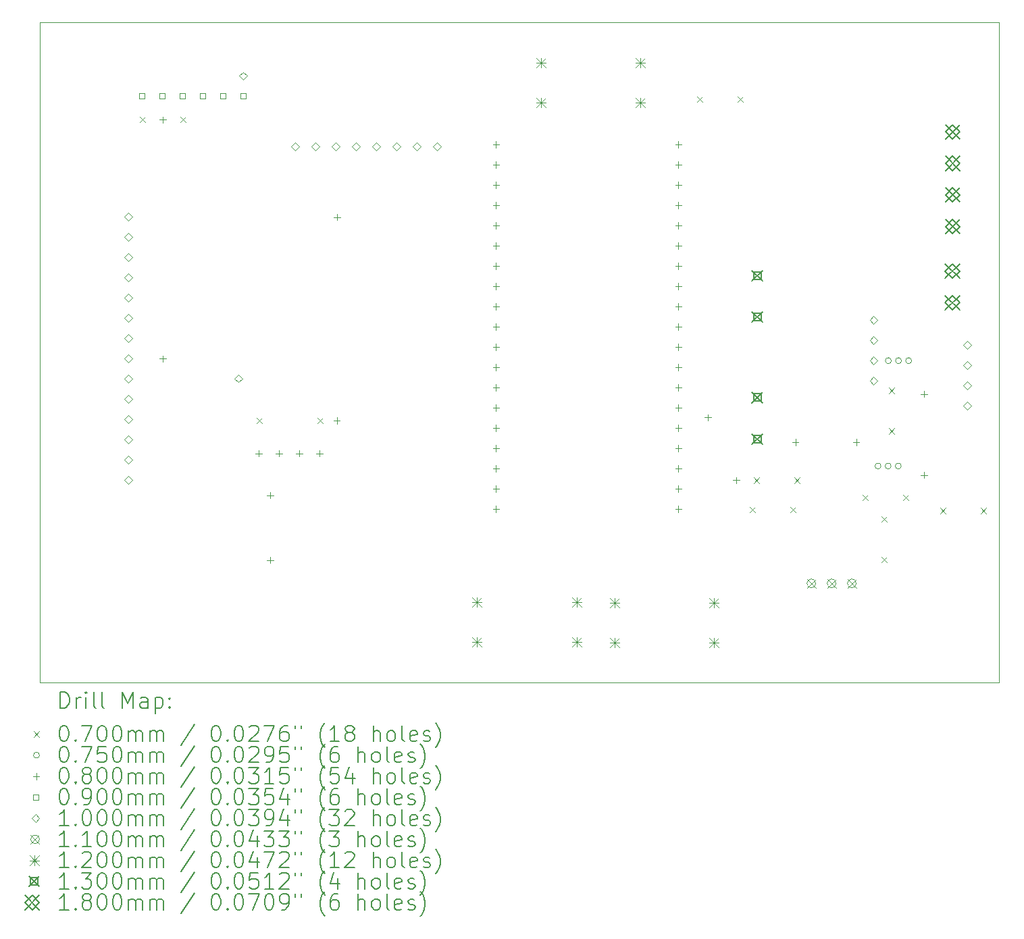
<source format=gbr>
%TF.GenerationSoftware,KiCad,Pcbnew,9.0.4*%
%TF.CreationDate,2025-10-23T10:28:18-03:00*%
%TF.ProjectId,auto,6175746f-2e6b-4696-9361-645f70636258,rev?*%
%TF.SameCoordinates,Original*%
%TF.FileFunction,Drillmap*%
%TF.FilePolarity,Positive*%
%FSLAX45Y45*%
G04 Gerber Fmt 4.5, Leading zero omitted, Abs format (unit mm)*
G04 Created by KiCad (PCBNEW 9.0.4) date 2025-10-23 10:28:18*
%MOMM*%
%LPD*%
G01*
G04 APERTURE LIST*
%ADD10C,0.100000*%
%ADD11C,0.200000*%
%ADD12C,0.110000*%
%ADD13C,0.120000*%
%ADD14C,0.130000*%
%ADD15C,0.180000*%
G04 APERTURE END LIST*
D10*
X7170100Y-2897400D02*
X19195100Y-2897400D01*
X19195100Y-11176000D01*
X7170100Y-11176000D01*
X7170100Y-2897400D01*
D11*
D10*
X8423200Y-4079800D02*
X8493200Y-4149800D01*
X8493200Y-4079800D02*
X8423200Y-4149800D01*
X8931200Y-4079800D02*
X9001200Y-4149800D01*
X9001200Y-4079800D02*
X8931200Y-4149800D01*
X9884000Y-7852000D02*
X9954000Y-7922000D01*
X9954000Y-7852000D02*
X9884000Y-7922000D01*
X10646000Y-7852000D02*
X10716000Y-7922000D01*
X10716000Y-7852000D02*
X10646000Y-7922000D01*
X15408200Y-3825800D02*
X15478200Y-3895800D01*
X15478200Y-3825800D02*
X15408200Y-3895800D01*
X15916200Y-3825800D02*
X15986200Y-3895800D01*
X15986200Y-3825800D02*
X15916200Y-3895800D01*
X16066000Y-8969000D02*
X16136000Y-9039000D01*
X16136000Y-8969000D02*
X16066000Y-9039000D01*
X16116000Y-8604000D02*
X16186000Y-8674000D01*
X16186000Y-8604000D02*
X16116000Y-8674000D01*
X16574000Y-8969000D02*
X16644000Y-9039000D01*
X16644000Y-8969000D02*
X16574000Y-9039000D01*
X16624000Y-8604000D02*
X16694000Y-8674000D01*
X16694000Y-8604000D02*
X16624000Y-8674000D01*
X17480400Y-8816400D02*
X17550400Y-8886400D01*
X17550400Y-8816400D02*
X17480400Y-8886400D01*
X17717400Y-9089400D02*
X17787400Y-9159400D01*
X17787400Y-9089400D02*
X17717400Y-9159400D01*
X17717400Y-9597400D02*
X17787400Y-9667400D01*
X17787400Y-9597400D02*
X17717400Y-9667400D01*
X17813400Y-7477400D02*
X17883400Y-7547400D01*
X17883400Y-7477400D02*
X17813400Y-7547400D01*
X17813400Y-7985400D02*
X17883400Y-8055400D01*
X17883400Y-7985400D02*
X17813400Y-8055400D01*
X17988400Y-8816400D02*
X18058400Y-8886400D01*
X18058400Y-8816400D02*
X17988400Y-8886400D01*
X18458000Y-8985000D02*
X18528000Y-9055000D01*
X18528000Y-8985000D02*
X18458000Y-9055000D01*
X18966000Y-8985000D02*
X19036000Y-9055000D01*
X19036000Y-8985000D02*
X18966000Y-9055000D01*
X17712900Y-8459400D02*
G75*
G02*
X17637900Y-8459400I-37500J0D01*
G01*
X17637900Y-8459400D02*
G75*
G02*
X17712900Y-8459400I37500J0D01*
G01*
X17839900Y-8459400D02*
G75*
G02*
X17764900Y-8459400I-37500J0D01*
G01*
X17764900Y-8459400D02*
G75*
G02*
X17839900Y-8459400I37500J0D01*
G01*
X17842900Y-7137400D02*
G75*
G02*
X17767900Y-7137400I-37500J0D01*
G01*
X17767900Y-7137400D02*
G75*
G02*
X17842900Y-7137400I37500J0D01*
G01*
X17966900Y-8459400D02*
G75*
G02*
X17891900Y-8459400I-37500J0D01*
G01*
X17891900Y-8459400D02*
G75*
G02*
X17966900Y-8459400I37500J0D01*
G01*
X17969900Y-7137400D02*
G75*
G02*
X17894900Y-7137400I-37500J0D01*
G01*
X17894900Y-7137400D02*
G75*
G02*
X17969900Y-7137400I37500J0D01*
G01*
X18096900Y-7137400D02*
G75*
G02*
X18021900Y-7137400I-37500J0D01*
G01*
X18021900Y-7137400D02*
G75*
G02*
X18096900Y-7137400I37500J0D01*
G01*
X8712200Y-4074800D02*
X8712200Y-4154800D01*
X8672200Y-4114800D02*
X8752200Y-4114800D01*
X8712200Y-7072000D02*
X8712200Y-7152000D01*
X8672200Y-7112000D02*
X8752200Y-7112000D01*
X9915000Y-8260000D02*
X9915000Y-8340000D01*
X9875000Y-8300000D02*
X9955000Y-8300000D01*
X10058400Y-8786500D02*
X10058400Y-8866500D01*
X10018400Y-8826500D02*
X10098400Y-8826500D01*
X10058400Y-9599300D02*
X10058400Y-9679300D01*
X10018400Y-9639300D02*
X10098400Y-9639300D01*
X10169000Y-8260000D02*
X10169000Y-8340000D01*
X10129000Y-8300000D02*
X10209000Y-8300000D01*
X10423000Y-8260000D02*
X10423000Y-8340000D01*
X10383000Y-8300000D02*
X10463000Y-8300000D01*
X10677000Y-8260000D02*
X10677000Y-8340000D01*
X10637000Y-8300000D02*
X10717000Y-8300000D01*
X10893000Y-7847000D02*
X10893000Y-7927000D01*
X10853000Y-7887000D02*
X10933000Y-7887000D01*
X10894000Y-5298000D02*
X10894000Y-5378000D01*
X10854000Y-5338000D02*
X10934000Y-5338000D01*
X12889000Y-4385000D02*
X12889000Y-4465000D01*
X12849000Y-4425000D02*
X12929000Y-4425000D01*
X12889000Y-4639000D02*
X12889000Y-4719000D01*
X12849000Y-4679000D02*
X12929000Y-4679000D01*
X12889000Y-4893000D02*
X12889000Y-4973000D01*
X12849000Y-4933000D02*
X12929000Y-4933000D01*
X12889000Y-5147000D02*
X12889000Y-5227000D01*
X12849000Y-5187000D02*
X12929000Y-5187000D01*
X12889000Y-5401000D02*
X12889000Y-5481000D01*
X12849000Y-5441000D02*
X12929000Y-5441000D01*
X12889000Y-5655000D02*
X12889000Y-5735000D01*
X12849000Y-5695000D02*
X12929000Y-5695000D01*
X12889000Y-5909000D02*
X12889000Y-5989000D01*
X12849000Y-5949000D02*
X12929000Y-5949000D01*
X12889000Y-6163000D02*
X12889000Y-6243000D01*
X12849000Y-6203000D02*
X12929000Y-6203000D01*
X12889000Y-6417000D02*
X12889000Y-6497000D01*
X12849000Y-6457000D02*
X12929000Y-6457000D01*
X12889000Y-6671000D02*
X12889000Y-6751000D01*
X12849000Y-6711000D02*
X12929000Y-6711000D01*
X12889000Y-6925000D02*
X12889000Y-7005000D01*
X12849000Y-6965000D02*
X12929000Y-6965000D01*
X12889000Y-7179000D02*
X12889000Y-7259000D01*
X12849000Y-7219000D02*
X12929000Y-7219000D01*
X12889000Y-7433000D02*
X12889000Y-7513000D01*
X12849000Y-7473000D02*
X12929000Y-7473000D01*
X12889000Y-7687000D02*
X12889000Y-7767000D01*
X12849000Y-7727000D02*
X12929000Y-7727000D01*
X12889000Y-7941000D02*
X12889000Y-8021000D01*
X12849000Y-7981000D02*
X12929000Y-7981000D01*
X12889000Y-8195000D02*
X12889000Y-8275000D01*
X12849000Y-8235000D02*
X12929000Y-8235000D01*
X12889000Y-8449000D02*
X12889000Y-8529000D01*
X12849000Y-8489000D02*
X12929000Y-8489000D01*
X12889000Y-8703000D02*
X12889000Y-8783000D01*
X12849000Y-8743000D02*
X12929000Y-8743000D01*
X12889000Y-8957000D02*
X12889000Y-9037000D01*
X12849000Y-8997000D02*
X12929000Y-8997000D01*
X15175000Y-4385000D02*
X15175000Y-4465000D01*
X15135000Y-4425000D02*
X15215000Y-4425000D01*
X15175000Y-4639000D02*
X15175000Y-4719000D01*
X15135000Y-4679000D02*
X15215000Y-4679000D01*
X15175000Y-4893000D02*
X15175000Y-4973000D01*
X15135000Y-4933000D02*
X15215000Y-4933000D01*
X15175000Y-5147000D02*
X15175000Y-5227000D01*
X15135000Y-5187000D02*
X15215000Y-5187000D01*
X15175000Y-5401000D02*
X15175000Y-5481000D01*
X15135000Y-5441000D02*
X15215000Y-5441000D01*
X15175000Y-5655000D02*
X15175000Y-5735000D01*
X15135000Y-5695000D02*
X15215000Y-5695000D01*
X15175000Y-5909000D02*
X15175000Y-5989000D01*
X15135000Y-5949000D02*
X15215000Y-5949000D01*
X15175000Y-6163000D02*
X15175000Y-6243000D01*
X15135000Y-6203000D02*
X15215000Y-6203000D01*
X15175000Y-6417000D02*
X15175000Y-6497000D01*
X15135000Y-6457000D02*
X15215000Y-6457000D01*
X15175000Y-6671000D02*
X15175000Y-6751000D01*
X15135000Y-6711000D02*
X15215000Y-6711000D01*
X15175000Y-6925000D02*
X15175000Y-7005000D01*
X15135000Y-6965000D02*
X15215000Y-6965000D01*
X15175000Y-7179000D02*
X15175000Y-7259000D01*
X15135000Y-7219000D02*
X15215000Y-7219000D01*
X15175000Y-7433000D02*
X15175000Y-7513000D01*
X15135000Y-7473000D02*
X15215000Y-7473000D01*
X15175000Y-7687000D02*
X15175000Y-7767000D01*
X15135000Y-7727000D02*
X15215000Y-7727000D01*
X15175000Y-7941000D02*
X15175000Y-8021000D01*
X15135000Y-7981000D02*
X15215000Y-7981000D01*
X15175000Y-8195000D02*
X15175000Y-8275000D01*
X15135000Y-8235000D02*
X15215000Y-8235000D01*
X15175000Y-8449000D02*
X15175000Y-8529000D01*
X15135000Y-8489000D02*
X15215000Y-8489000D01*
X15175000Y-8703000D02*
X15175000Y-8783000D01*
X15135000Y-8743000D02*
X15215000Y-8743000D01*
X15175000Y-8957000D02*
X15175000Y-9037000D01*
X15135000Y-8997000D02*
X15215000Y-8997000D01*
X15544800Y-7808600D02*
X15544800Y-7888600D01*
X15504800Y-7848600D02*
X15584800Y-7848600D01*
X15900400Y-8596000D02*
X15900400Y-8676000D01*
X15860400Y-8636000D02*
X15940400Y-8636000D01*
X16640000Y-8121000D02*
X16640000Y-8201000D01*
X16600000Y-8161000D02*
X16680000Y-8161000D01*
X17402000Y-8121000D02*
X17402000Y-8201000D01*
X17362000Y-8161000D02*
X17442000Y-8161000D01*
X18252400Y-7516400D02*
X18252400Y-7596400D01*
X18212400Y-7556400D02*
X18292400Y-7556400D01*
X18252400Y-8532400D02*
X18252400Y-8612400D01*
X18212400Y-8572400D02*
X18292400Y-8572400D01*
X8481820Y-3846320D02*
X8481820Y-3782680D01*
X8418180Y-3782680D01*
X8418180Y-3846320D01*
X8481820Y-3846320D01*
X8735820Y-3846320D02*
X8735820Y-3782680D01*
X8672180Y-3782680D01*
X8672180Y-3846320D01*
X8735820Y-3846320D01*
X8989820Y-3846320D02*
X8989820Y-3782680D01*
X8926180Y-3782680D01*
X8926180Y-3846320D01*
X8989820Y-3846320D01*
X9243820Y-3846320D02*
X9243820Y-3782680D01*
X9180180Y-3782680D01*
X9180180Y-3846320D01*
X9243820Y-3846320D01*
X9497820Y-3846320D02*
X9497820Y-3782680D01*
X9434180Y-3782680D01*
X9434180Y-3846320D01*
X9497820Y-3846320D01*
X9751820Y-3846320D02*
X9751820Y-3782680D01*
X9688180Y-3782680D01*
X9688180Y-3846320D01*
X9751820Y-3846320D01*
X8280000Y-5381000D02*
X8330000Y-5331000D01*
X8280000Y-5281000D01*
X8230000Y-5331000D01*
X8280000Y-5381000D01*
X8280000Y-5635000D02*
X8330000Y-5585000D01*
X8280000Y-5535000D01*
X8230000Y-5585000D01*
X8280000Y-5635000D01*
X8280000Y-5889000D02*
X8330000Y-5839000D01*
X8280000Y-5789000D01*
X8230000Y-5839000D01*
X8280000Y-5889000D01*
X8280000Y-6143000D02*
X8330000Y-6093000D01*
X8280000Y-6043000D01*
X8230000Y-6093000D01*
X8280000Y-6143000D01*
X8280000Y-6397000D02*
X8330000Y-6347000D01*
X8280000Y-6297000D01*
X8230000Y-6347000D01*
X8280000Y-6397000D01*
X8280000Y-6651000D02*
X8330000Y-6601000D01*
X8280000Y-6551000D01*
X8230000Y-6601000D01*
X8280000Y-6651000D01*
X8280000Y-6905000D02*
X8330000Y-6855000D01*
X8280000Y-6805000D01*
X8230000Y-6855000D01*
X8280000Y-6905000D01*
X8280000Y-7159000D02*
X8330000Y-7109000D01*
X8280000Y-7059000D01*
X8230000Y-7109000D01*
X8280000Y-7159000D01*
X8280000Y-7413000D02*
X8330000Y-7363000D01*
X8280000Y-7313000D01*
X8230000Y-7363000D01*
X8280000Y-7413000D01*
X8280000Y-7667000D02*
X8330000Y-7617000D01*
X8280000Y-7567000D01*
X8230000Y-7617000D01*
X8280000Y-7667000D01*
X8280000Y-7921000D02*
X8330000Y-7871000D01*
X8280000Y-7821000D01*
X8230000Y-7871000D01*
X8280000Y-7921000D01*
X8280000Y-8175000D02*
X8330000Y-8125000D01*
X8280000Y-8075000D01*
X8230000Y-8125000D01*
X8280000Y-8175000D01*
X8280000Y-8429000D02*
X8330000Y-8379000D01*
X8280000Y-8329000D01*
X8230000Y-8379000D01*
X8280000Y-8429000D01*
X8280000Y-8683000D02*
X8330000Y-8633000D01*
X8280000Y-8583000D01*
X8230000Y-8633000D01*
X8280000Y-8683000D01*
X9660000Y-7410000D02*
X9710000Y-7360000D01*
X9660000Y-7310000D01*
X9610000Y-7360000D01*
X9660000Y-7410000D01*
X9720000Y-3616000D02*
X9770000Y-3566000D01*
X9720000Y-3516000D01*
X9670000Y-3566000D01*
X9720000Y-3616000D01*
X10370000Y-4500000D02*
X10420000Y-4450000D01*
X10370000Y-4400000D01*
X10320000Y-4450000D01*
X10370000Y-4500000D01*
X10624000Y-4500000D02*
X10674000Y-4450000D01*
X10624000Y-4400000D01*
X10574000Y-4450000D01*
X10624000Y-4500000D01*
X10878000Y-4500000D02*
X10928000Y-4450000D01*
X10878000Y-4400000D01*
X10828000Y-4450000D01*
X10878000Y-4500000D01*
X11132000Y-4500000D02*
X11182000Y-4450000D01*
X11132000Y-4400000D01*
X11082000Y-4450000D01*
X11132000Y-4500000D01*
X11386000Y-4500000D02*
X11436000Y-4450000D01*
X11386000Y-4400000D01*
X11336000Y-4450000D01*
X11386000Y-4500000D01*
X11640000Y-4500000D02*
X11690000Y-4450000D01*
X11640000Y-4400000D01*
X11590000Y-4450000D01*
X11640000Y-4500000D01*
X11894000Y-4500000D02*
X11944000Y-4450000D01*
X11894000Y-4400000D01*
X11844000Y-4450000D01*
X11894000Y-4500000D01*
X12148000Y-4500000D02*
X12198000Y-4450000D01*
X12148000Y-4400000D01*
X12098000Y-4450000D01*
X12148000Y-4500000D01*
X17622000Y-6675750D02*
X17672000Y-6625750D01*
X17622000Y-6575750D01*
X17572000Y-6625750D01*
X17622000Y-6675750D01*
X17622000Y-6929750D02*
X17672000Y-6879750D01*
X17622000Y-6829750D01*
X17572000Y-6879750D01*
X17622000Y-6929750D01*
X17622000Y-7183750D02*
X17672000Y-7133750D01*
X17622000Y-7083750D01*
X17572000Y-7133750D01*
X17622000Y-7183750D01*
X17622000Y-7437750D02*
X17672000Y-7387750D01*
X17622000Y-7337750D01*
X17572000Y-7387750D01*
X17622000Y-7437750D01*
X18794000Y-6988000D02*
X18844000Y-6938000D01*
X18794000Y-6888000D01*
X18744000Y-6938000D01*
X18794000Y-6988000D01*
X18794000Y-7242000D02*
X18844000Y-7192000D01*
X18794000Y-7142000D01*
X18744000Y-7192000D01*
X18794000Y-7242000D01*
X18794000Y-7496000D02*
X18844000Y-7446000D01*
X18794000Y-7396000D01*
X18744000Y-7446000D01*
X18794000Y-7496000D01*
X18794000Y-7750000D02*
X18844000Y-7700000D01*
X18794000Y-7650000D01*
X18744000Y-7700000D01*
X18794000Y-7750000D01*
D12*
X16785200Y-9876400D02*
X16895200Y-9986400D01*
X16895200Y-9876400D02*
X16785200Y-9986400D01*
X16895200Y-9931400D02*
G75*
G02*
X16785200Y-9931400I-55000J0D01*
G01*
X16785200Y-9931400D02*
G75*
G02*
X16895200Y-9931400I55000J0D01*
G01*
X17039200Y-9876400D02*
X17149200Y-9986400D01*
X17149200Y-9876400D02*
X17039200Y-9986400D01*
X17149200Y-9931400D02*
G75*
G02*
X17039200Y-9931400I-55000J0D01*
G01*
X17039200Y-9931400D02*
G75*
G02*
X17149200Y-9931400I55000J0D01*
G01*
X17293200Y-9876400D02*
X17403200Y-9986400D01*
X17403200Y-9876400D02*
X17293200Y-9986400D01*
X17403200Y-9931400D02*
G75*
G02*
X17293200Y-9931400I-55000J0D01*
G01*
X17293200Y-9931400D02*
G75*
G02*
X17403200Y-9931400I55000J0D01*
G01*
D13*
X12589000Y-10107000D02*
X12709000Y-10227000D01*
X12709000Y-10107000D02*
X12589000Y-10227000D01*
X12649000Y-10107000D02*
X12649000Y-10227000D01*
X12589000Y-10167000D02*
X12709000Y-10167000D01*
X12589000Y-10607000D02*
X12709000Y-10727000D01*
X12709000Y-10607000D02*
X12589000Y-10727000D01*
X12649000Y-10607000D02*
X12649000Y-10727000D01*
X12589000Y-10667000D02*
X12709000Y-10667000D01*
X13390000Y-3340000D02*
X13510000Y-3460000D01*
X13510000Y-3340000D02*
X13390000Y-3460000D01*
X13450000Y-3340000D02*
X13450000Y-3460000D01*
X13390000Y-3400000D02*
X13510000Y-3400000D01*
X13390000Y-3840000D02*
X13510000Y-3960000D01*
X13510000Y-3840000D02*
X13390000Y-3960000D01*
X13450000Y-3840000D02*
X13450000Y-3960000D01*
X13390000Y-3900000D02*
X13510000Y-3900000D01*
X13839000Y-10107000D02*
X13959000Y-10227000D01*
X13959000Y-10107000D02*
X13839000Y-10227000D01*
X13899000Y-10107000D02*
X13899000Y-10227000D01*
X13839000Y-10167000D02*
X13959000Y-10167000D01*
X13839000Y-10607000D02*
X13959000Y-10727000D01*
X13959000Y-10607000D02*
X13839000Y-10727000D01*
X13899000Y-10607000D02*
X13899000Y-10727000D01*
X13839000Y-10667000D02*
X13959000Y-10667000D01*
X14313000Y-10113000D02*
X14433000Y-10233000D01*
X14433000Y-10113000D02*
X14313000Y-10233000D01*
X14373000Y-10113000D02*
X14373000Y-10233000D01*
X14313000Y-10173000D02*
X14433000Y-10173000D01*
X14313000Y-10613000D02*
X14433000Y-10733000D01*
X14433000Y-10613000D02*
X14313000Y-10733000D01*
X14373000Y-10613000D02*
X14373000Y-10733000D01*
X14313000Y-10673000D02*
X14433000Y-10673000D01*
X14640000Y-3340000D02*
X14760000Y-3460000D01*
X14760000Y-3340000D02*
X14640000Y-3460000D01*
X14700000Y-3340000D02*
X14700000Y-3460000D01*
X14640000Y-3400000D02*
X14760000Y-3400000D01*
X14640000Y-3840000D02*
X14760000Y-3960000D01*
X14760000Y-3840000D02*
X14640000Y-3960000D01*
X14700000Y-3840000D02*
X14700000Y-3960000D01*
X14640000Y-3900000D02*
X14760000Y-3900000D01*
X15563000Y-10113000D02*
X15683000Y-10233000D01*
X15683000Y-10113000D02*
X15563000Y-10233000D01*
X15623000Y-10113000D02*
X15623000Y-10233000D01*
X15563000Y-10173000D02*
X15683000Y-10173000D01*
X15563000Y-10613000D02*
X15683000Y-10733000D01*
X15683000Y-10613000D02*
X15563000Y-10733000D01*
X15623000Y-10613000D02*
X15623000Y-10733000D01*
X15563000Y-10673000D02*
X15683000Y-10673000D01*
D14*
X16098000Y-6005000D02*
X16228000Y-6135000D01*
X16228000Y-6005000D02*
X16098000Y-6135000D01*
X16208962Y-6115962D02*
X16208962Y-6024038D01*
X16117038Y-6024038D01*
X16117038Y-6115962D01*
X16208962Y-6115962D01*
X16098000Y-6525000D02*
X16228000Y-6655000D01*
X16228000Y-6525000D02*
X16098000Y-6655000D01*
X16208962Y-6635962D02*
X16208962Y-6544038D01*
X16117038Y-6544038D01*
X16117038Y-6635962D01*
X16208962Y-6635962D01*
X16098000Y-7535000D02*
X16228000Y-7665000D01*
X16228000Y-7535000D02*
X16098000Y-7665000D01*
X16208962Y-7645962D02*
X16208962Y-7554038D01*
X16117038Y-7554038D01*
X16117038Y-7645962D01*
X16208962Y-7645962D01*
X16098000Y-8055000D02*
X16228000Y-8185000D01*
X16228000Y-8055000D02*
X16098000Y-8185000D01*
X16208962Y-8165962D02*
X16208962Y-8074038D01*
X16117038Y-8074038D01*
X16117038Y-8165962D01*
X16208962Y-8165962D01*
D15*
X18519000Y-5924000D02*
X18699000Y-6104000D01*
X18699000Y-5924000D02*
X18519000Y-6104000D01*
X18609000Y-6104000D02*
X18699000Y-6014000D01*
X18609000Y-5924000D01*
X18519000Y-6014000D01*
X18609000Y-6104000D01*
X18519000Y-6320000D02*
X18699000Y-6500000D01*
X18699000Y-6320000D02*
X18519000Y-6500000D01*
X18609000Y-6500000D02*
X18699000Y-6410000D01*
X18609000Y-6320000D01*
X18519000Y-6410000D01*
X18609000Y-6500000D01*
X18522000Y-4177000D02*
X18702000Y-4357000D01*
X18702000Y-4177000D02*
X18522000Y-4357000D01*
X18612000Y-4357000D02*
X18702000Y-4267000D01*
X18612000Y-4177000D01*
X18522000Y-4267000D01*
X18612000Y-4357000D01*
X18522000Y-4573000D02*
X18702000Y-4753000D01*
X18702000Y-4573000D02*
X18522000Y-4753000D01*
X18612000Y-4753000D02*
X18702000Y-4663000D01*
X18612000Y-4573000D01*
X18522000Y-4663000D01*
X18612000Y-4753000D01*
X18522000Y-4969000D02*
X18702000Y-5149000D01*
X18702000Y-4969000D02*
X18522000Y-5149000D01*
X18612000Y-5149000D02*
X18702000Y-5059000D01*
X18612000Y-4969000D01*
X18522000Y-5059000D01*
X18612000Y-5149000D01*
X18522000Y-5365000D02*
X18702000Y-5545000D01*
X18702000Y-5365000D02*
X18522000Y-5545000D01*
X18612000Y-5545000D02*
X18702000Y-5455000D01*
X18612000Y-5365000D01*
X18522000Y-5455000D01*
X18612000Y-5545000D01*
D11*
X7425877Y-11492484D02*
X7425877Y-11292484D01*
X7425877Y-11292484D02*
X7473496Y-11292484D01*
X7473496Y-11292484D02*
X7502067Y-11302008D01*
X7502067Y-11302008D02*
X7521115Y-11321055D01*
X7521115Y-11321055D02*
X7530639Y-11340103D01*
X7530639Y-11340103D02*
X7540162Y-11378198D01*
X7540162Y-11378198D02*
X7540162Y-11406769D01*
X7540162Y-11406769D02*
X7530639Y-11444865D01*
X7530639Y-11444865D02*
X7521115Y-11463912D01*
X7521115Y-11463912D02*
X7502067Y-11482960D01*
X7502067Y-11482960D02*
X7473496Y-11492484D01*
X7473496Y-11492484D02*
X7425877Y-11492484D01*
X7625877Y-11492484D02*
X7625877Y-11359150D01*
X7625877Y-11397246D02*
X7635401Y-11378198D01*
X7635401Y-11378198D02*
X7644924Y-11368674D01*
X7644924Y-11368674D02*
X7663972Y-11359150D01*
X7663972Y-11359150D02*
X7683020Y-11359150D01*
X7749686Y-11492484D02*
X7749686Y-11359150D01*
X7749686Y-11292484D02*
X7740162Y-11302008D01*
X7740162Y-11302008D02*
X7749686Y-11311531D01*
X7749686Y-11311531D02*
X7759210Y-11302008D01*
X7759210Y-11302008D02*
X7749686Y-11292484D01*
X7749686Y-11292484D02*
X7749686Y-11311531D01*
X7873496Y-11492484D02*
X7854448Y-11482960D01*
X7854448Y-11482960D02*
X7844924Y-11463912D01*
X7844924Y-11463912D02*
X7844924Y-11292484D01*
X7978258Y-11492484D02*
X7959210Y-11482960D01*
X7959210Y-11482960D02*
X7949686Y-11463912D01*
X7949686Y-11463912D02*
X7949686Y-11292484D01*
X8206829Y-11492484D02*
X8206829Y-11292484D01*
X8206829Y-11292484D02*
X8273496Y-11435341D01*
X8273496Y-11435341D02*
X8340162Y-11292484D01*
X8340162Y-11292484D02*
X8340162Y-11492484D01*
X8521115Y-11492484D02*
X8521115Y-11387722D01*
X8521115Y-11387722D02*
X8511591Y-11368674D01*
X8511591Y-11368674D02*
X8492544Y-11359150D01*
X8492544Y-11359150D02*
X8454448Y-11359150D01*
X8454448Y-11359150D02*
X8435401Y-11368674D01*
X8521115Y-11482960D02*
X8502067Y-11492484D01*
X8502067Y-11492484D02*
X8454448Y-11492484D01*
X8454448Y-11492484D02*
X8435401Y-11482960D01*
X8435401Y-11482960D02*
X8425877Y-11463912D01*
X8425877Y-11463912D02*
X8425877Y-11444865D01*
X8425877Y-11444865D02*
X8435401Y-11425817D01*
X8435401Y-11425817D02*
X8454448Y-11416293D01*
X8454448Y-11416293D02*
X8502067Y-11416293D01*
X8502067Y-11416293D02*
X8521115Y-11406769D01*
X8616353Y-11359150D02*
X8616353Y-11559150D01*
X8616353Y-11368674D02*
X8635401Y-11359150D01*
X8635401Y-11359150D02*
X8673496Y-11359150D01*
X8673496Y-11359150D02*
X8692544Y-11368674D01*
X8692544Y-11368674D02*
X8702067Y-11378198D01*
X8702067Y-11378198D02*
X8711591Y-11397246D01*
X8711591Y-11397246D02*
X8711591Y-11454388D01*
X8711591Y-11454388D02*
X8702067Y-11473436D01*
X8702067Y-11473436D02*
X8692544Y-11482960D01*
X8692544Y-11482960D02*
X8673496Y-11492484D01*
X8673496Y-11492484D02*
X8635401Y-11492484D01*
X8635401Y-11492484D02*
X8616353Y-11482960D01*
X8797305Y-11473436D02*
X8806829Y-11482960D01*
X8806829Y-11482960D02*
X8797305Y-11492484D01*
X8797305Y-11492484D02*
X8787782Y-11482960D01*
X8787782Y-11482960D02*
X8797305Y-11473436D01*
X8797305Y-11473436D02*
X8797305Y-11492484D01*
X8797305Y-11368674D02*
X8806829Y-11378198D01*
X8806829Y-11378198D02*
X8797305Y-11387722D01*
X8797305Y-11387722D02*
X8787782Y-11378198D01*
X8787782Y-11378198D02*
X8797305Y-11368674D01*
X8797305Y-11368674D02*
X8797305Y-11387722D01*
D10*
X7095100Y-11786000D02*
X7165100Y-11856000D01*
X7165100Y-11786000D02*
X7095100Y-11856000D01*
D11*
X7463972Y-11712484D02*
X7483020Y-11712484D01*
X7483020Y-11712484D02*
X7502067Y-11722008D01*
X7502067Y-11722008D02*
X7511591Y-11731531D01*
X7511591Y-11731531D02*
X7521115Y-11750579D01*
X7521115Y-11750579D02*
X7530639Y-11788674D01*
X7530639Y-11788674D02*
X7530639Y-11836293D01*
X7530639Y-11836293D02*
X7521115Y-11874388D01*
X7521115Y-11874388D02*
X7511591Y-11893436D01*
X7511591Y-11893436D02*
X7502067Y-11902960D01*
X7502067Y-11902960D02*
X7483020Y-11912484D01*
X7483020Y-11912484D02*
X7463972Y-11912484D01*
X7463972Y-11912484D02*
X7444924Y-11902960D01*
X7444924Y-11902960D02*
X7435401Y-11893436D01*
X7435401Y-11893436D02*
X7425877Y-11874388D01*
X7425877Y-11874388D02*
X7416353Y-11836293D01*
X7416353Y-11836293D02*
X7416353Y-11788674D01*
X7416353Y-11788674D02*
X7425877Y-11750579D01*
X7425877Y-11750579D02*
X7435401Y-11731531D01*
X7435401Y-11731531D02*
X7444924Y-11722008D01*
X7444924Y-11722008D02*
X7463972Y-11712484D01*
X7616353Y-11893436D02*
X7625877Y-11902960D01*
X7625877Y-11902960D02*
X7616353Y-11912484D01*
X7616353Y-11912484D02*
X7606829Y-11902960D01*
X7606829Y-11902960D02*
X7616353Y-11893436D01*
X7616353Y-11893436D02*
X7616353Y-11912484D01*
X7692543Y-11712484D02*
X7825877Y-11712484D01*
X7825877Y-11712484D02*
X7740162Y-11912484D01*
X7940162Y-11712484D02*
X7959210Y-11712484D01*
X7959210Y-11712484D02*
X7978258Y-11722008D01*
X7978258Y-11722008D02*
X7987782Y-11731531D01*
X7987782Y-11731531D02*
X7997305Y-11750579D01*
X7997305Y-11750579D02*
X8006829Y-11788674D01*
X8006829Y-11788674D02*
X8006829Y-11836293D01*
X8006829Y-11836293D02*
X7997305Y-11874388D01*
X7997305Y-11874388D02*
X7987782Y-11893436D01*
X7987782Y-11893436D02*
X7978258Y-11902960D01*
X7978258Y-11902960D02*
X7959210Y-11912484D01*
X7959210Y-11912484D02*
X7940162Y-11912484D01*
X7940162Y-11912484D02*
X7921115Y-11902960D01*
X7921115Y-11902960D02*
X7911591Y-11893436D01*
X7911591Y-11893436D02*
X7902067Y-11874388D01*
X7902067Y-11874388D02*
X7892543Y-11836293D01*
X7892543Y-11836293D02*
X7892543Y-11788674D01*
X7892543Y-11788674D02*
X7902067Y-11750579D01*
X7902067Y-11750579D02*
X7911591Y-11731531D01*
X7911591Y-11731531D02*
X7921115Y-11722008D01*
X7921115Y-11722008D02*
X7940162Y-11712484D01*
X8130639Y-11712484D02*
X8149686Y-11712484D01*
X8149686Y-11712484D02*
X8168734Y-11722008D01*
X8168734Y-11722008D02*
X8178258Y-11731531D01*
X8178258Y-11731531D02*
X8187782Y-11750579D01*
X8187782Y-11750579D02*
X8197305Y-11788674D01*
X8197305Y-11788674D02*
X8197305Y-11836293D01*
X8197305Y-11836293D02*
X8187782Y-11874388D01*
X8187782Y-11874388D02*
X8178258Y-11893436D01*
X8178258Y-11893436D02*
X8168734Y-11902960D01*
X8168734Y-11902960D02*
X8149686Y-11912484D01*
X8149686Y-11912484D02*
X8130639Y-11912484D01*
X8130639Y-11912484D02*
X8111591Y-11902960D01*
X8111591Y-11902960D02*
X8102067Y-11893436D01*
X8102067Y-11893436D02*
X8092543Y-11874388D01*
X8092543Y-11874388D02*
X8083020Y-11836293D01*
X8083020Y-11836293D02*
X8083020Y-11788674D01*
X8083020Y-11788674D02*
X8092543Y-11750579D01*
X8092543Y-11750579D02*
X8102067Y-11731531D01*
X8102067Y-11731531D02*
X8111591Y-11722008D01*
X8111591Y-11722008D02*
X8130639Y-11712484D01*
X8283020Y-11912484D02*
X8283020Y-11779150D01*
X8283020Y-11798198D02*
X8292543Y-11788674D01*
X8292543Y-11788674D02*
X8311591Y-11779150D01*
X8311591Y-11779150D02*
X8340163Y-11779150D01*
X8340163Y-11779150D02*
X8359210Y-11788674D01*
X8359210Y-11788674D02*
X8368734Y-11807722D01*
X8368734Y-11807722D02*
X8368734Y-11912484D01*
X8368734Y-11807722D02*
X8378258Y-11788674D01*
X8378258Y-11788674D02*
X8397305Y-11779150D01*
X8397305Y-11779150D02*
X8425877Y-11779150D01*
X8425877Y-11779150D02*
X8444925Y-11788674D01*
X8444925Y-11788674D02*
X8454448Y-11807722D01*
X8454448Y-11807722D02*
X8454448Y-11912484D01*
X8549686Y-11912484D02*
X8549686Y-11779150D01*
X8549686Y-11798198D02*
X8559210Y-11788674D01*
X8559210Y-11788674D02*
X8578258Y-11779150D01*
X8578258Y-11779150D02*
X8606829Y-11779150D01*
X8606829Y-11779150D02*
X8625877Y-11788674D01*
X8625877Y-11788674D02*
X8635401Y-11807722D01*
X8635401Y-11807722D02*
X8635401Y-11912484D01*
X8635401Y-11807722D02*
X8644925Y-11788674D01*
X8644925Y-11788674D02*
X8663972Y-11779150D01*
X8663972Y-11779150D02*
X8692544Y-11779150D01*
X8692544Y-11779150D02*
X8711591Y-11788674D01*
X8711591Y-11788674D02*
X8721115Y-11807722D01*
X8721115Y-11807722D02*
X8721115Y-11912484D01*
X9111591Y-11702960D02*
X8940163Y-11960103D01*
X9368734Y-11712484D02*
X9387782Y-11712484D01*
X9387782Y-11712484D02*
X9406829Y-11722008D01*
X9406829Y-11722008D02*
X9416353Y-11731531D01*
X9416353Y-11731531D02*
X9425877Y-11750579D01*
X9425877Y-11750579D02*
X9435401Y-11788674D01*
X9435401Y-11788674D02*
X9435401Y-11836293D01*
X9435401Y-11836293D02*
X9425877Y-11874388D01*
X9425877Y-11874388D02*
X9416353Y-11893436D01*
X9416353Y-11893436D02*
X9406829Y-11902960D01*
X9406829Y-11902960D02*
X9387782Y-11912484D01*
X9387782Y-11912484D02*
X9368734Y-11912484D01*
X9368734Y-11912484D02*
X9349687Y-11902960D01*
X9349687Y-11902960D02*
X9340163Y-11893436D01*
X9340163Y-11893436D02*
X9330639Y-11874388D01*
X9330639Y-11874388D02*
X9321115Y-11836293D01*
X9321115Y-11836293D02*
X9321115Y-11788674D01*
X9321115Y-11788674D02*
X9330639Y-11750579D01*
X9330639Y-11750579D02*
X9340163Y-11731531D01*
X9340163Y-11731531D02*
X9349687Y-11722008D01*
X9349687Y-11722008D02*
X9368734Y-11712484D01*
X9521115Y-11893436D02*
X9530639Y-11902960D01*
X9530639Y-11902960D02*
X9521115Y-11912484D01*
X9521115Y-11912484D02*
X9511591Y-11902960D01*
X9511591Y-11902960D02*
X9521115Y-11893436D01*
X9521115Y-11893436D02*
X9521115Y-11912484D01*
X9654448Y-11712484D02*
X9673496Y-11712484D01*
X9673496Y-11712484D02*
X9692544Y-11722008D01*
X9692544Y-11722008D02*
X9702068Y-11731531D01*
X9702068Y-11731531D02*
X9711591Y-11750579D01*
X9711591Y-11750579D02*
X9721115Y-11788674D01*
X9721115Y-11788674D02*
X9721115Y-11836293D01*
X9721115Y-11836293D02*
X9711591Y-11874388D01*
X9711591Y-11874388D02*
X9702068Y-11893436D01*
X9702068Y-11893436D02*
X9692544Y-11902960D01*
X9692544Y-11902960D02*
X9673496Y-11912484D01*
X9673496Y-11912484D02*
X9654448Y-11912484D01*
X9654448Y-11912484D02*
X9635401Y-11902960D01*
X9635401Y-11902960D02*
X9625877Y-11893436D01*
X9625877Y-11893436D02*
X9616353Y-11874388D01*
X9616353Y-11874388D02*
X9606829Y-11836293D01*
X9606829Y-11836293D02*
X9606829Y-11788674D01*
X9606829Y-11788674D02*
X9616353Y-11750579D01*
X9616353Y-11750579D02*
X9625877Y-11731531D01*
X9625877Y-11731531D02*
X9635401Y-11722008D01*
X9635401Y-11722008D02*
X9654448Y-11712484D01*
X9797306Y-11731531D02*
X9806829Y-11722008D01*
X9806829Y-11722008D02*
X9825877Y-11712484D01*
X9825877Y-11712484D02*
X9873496Y-11712484D01*
X9873496Y-11712484D02*
X9892544Y-11722008D01*
X9892544Y-11722008D02*
X9902068Y-11731531D01*
X9902068Y-11731531D02*
X9911591Y-11750579D01*
X9911591Y-11750579D02*
X9911591Y-11769627D01*
X9911591Y-11769627D02*
X9902068Y-11798198D01*
X9902068Y-11798198D02*
X9787782Y-11912484D01*
X9787782Y-11912484D02*
X9911591Y-11912484D01*
X9978258Y-11712484D02*
X10111591Y-11712484D01*
X10111591Y-11712484D02*
X10025877Y-11912484D01*
X10273496Y-11712484D02*
X10235401Y-11712484D01*
X10235401Y-11712484D02*
X10216353Y-11722008D01*
X10216353Y-11722008D02*
X10206829Y-11731531D01*
X10206829Y-11731531D02*
X10187782Y-11760103D01*
X10187782Y-11760103D02*
X10178258Y-11798198D01*
X10178258Y-11798198D02*
X10178258Y-11874388D01*
X10178258Y-11874388D02*
X10187782Y-11893436D01*
X10187782Y-11893436D02*
X10197306Y-11902960D01*
X10197306Y-11902960D02*
X10216353Y-11912484D01*
X10216353Y-11912484D02*
X10254449Y-11912484D01*
X10254449Y-11912484D02*
X10273496Y-11902960D01*
X10273496Y-11902960D02*
X10283020Y-11893436D01*
X10283020Y-11893436D02*
X10292544Y-11874388D01*
X10292544Y-11874388D02*
X10292544Y-11826769D01*
X10292544Y-11826769D02*
X10283020Y-11807722D01*
X10283020Y-11807722D02*
X10273496Y-11798198D01*
X10273496Y-11798198D02*
X10254449Y-11788674D01*
X10254449Y-11788674D02*
X10216353Y-11788674D01*
X10216353Y-11788674D02*
X10197306Y-11798198D01*
X10197306Y-11798198D02*
X10187782Y-11807722D01*
X10187782Y-11807722D02*
X10178258Y-11826769D01*
X10368734Y-11712484D02*
X10368734Y-11750579D01*
X10444925Y-11712484D02*
X10444925Y-11750579D01*
X10740163Y-11988674D02*
X10730639Y-11979150D01*
X10730639Y-11979150D02*
X10711591Y-11950579D01*
X10711591Y-11950579D02*
X10702068Y-11931531D01*
X10702068Y-11931531D02*
X10692544Y-11902960D01*
X10692544Y-11902960D02*
X10683020Y-11855341D01*
X10683020Y-11855341D02*
X10683020Y-11817246D01*
X10683020Y-11817246D02*
X10692544Y-11769627D01*
X10692544Y-11769627D02*
X10702068Y-11741055D01*
X10702068Y-11741055D02*
X10711591Y-11722008D01*
X10711591Y-11722008D02*
X10730639Y-11693436D01*
X10730639Y-11693436D02*
X10740163Y-11683912D01*
X10921115Y-11912484D02*
X10806830Y-11912484D01*
X10863972Y-11912484D02*
X10863972Y-11712484D01*
X10863972Y-11712484D02*
X10844925Y-11741055D01*
X10844925Y-11741055D02*
X10825877Y-11760103D01*
X10825877Y-11760103D02*
X10806830Y-11769627D01*
X11035401Y-11798198D02*
X11016353Y-11788674D01*
X11016353Y-11788674D02*
X11006830Y-11779150D01*
X11006830Y-11779150D02*
X10997306Y-11760103D01*
X10997306Y-11760103D02*
X10997306Y-11750579D01*
X10997306Y-11750579D02*
X11006830Y-11731531D01*
X11006830Y-11731531D02*
X11016353Y-11722008D01*
X11016353Y-11722008D02*
X11035401Y-11712484D01*
X11035401Y-11712484D02*
X11073496Y-11712484D01*
X11073496Y-11712484D02*
X11092544Y-11722008D01*
X11092544Y-11722008D02*
X11102068Y-11731531D01*
X11102068Y-11731531D02*
X11111591Y-11750579D01*
X11111591Y-11750579D02*
X11111591Y-11760103D01*
X11111591Y-11760103D02*
X11102068Y-11779150D01*
X11102068Y-11779150D02*
X11092544Y-11788674D01*
X11092544Y-11788674D02*
X11073496Y-11798198D01*
X11073496Y-11798198D02*
X11035401Y-11798198D01*
X11035401Y-11798198D02*
X11016353Y-11807722D01*
X11016353Y-11807722D02*
X11006830Y-11817246D01*
X11006830Y-11817246D02*
X10997306Y-11836293D01*
X10997306Y-11836293D02*
X10997306Y-11874388D01*
X10997306Y-11874388D02*
X11006830Y-11893436D01*
X11006830Y-11893436D02*
X11016353Y-11902960D01*
X11016353Y-11902960D02*
X11035401Y-11912484D01*
X11035401Y-11912484D02*
X11073496Y-11912484D01*
X11073496Y-11912484D02*
X11092544Y-11902960D01*
X11092544Y-11902960D02*
X11102068Y-11893436D01*
X11102068Y-11893436D02*
X11111591Y-11874388D01*
X11111591Y-11874388D02*
X11111591Y-11836293D01*
X11111591Y-11836293D02*
X11102068Y-11817246D01*
X11102068Y-11817246D02*
X11092544Y-11807722D01*
X11092544Y-11807722D02*
X11073496Y-11798198D01*
X11349687Y-11912484D02*
X11349687Y-11712484D01*
X11435401Y-11912484D02*
X11435401Y-11807722D01*
X11435401Y-11807722D02*
X11425877Y-11788674D01*
X11425877Y-11788674D02*
X11406830Y-11779150D01*
X11406830Y-11779150D02*
X11378258Y-11779150D01*
X11378258Y-11779150D02*
X11359210Y-11788674D01*
X11359210Y-11788674D02*
X11349687Y-11798198D01*
X11559210Y-11912484D02*
X11540163Y-11902960D01*
X11540163Y-11902960D02*
X11530639Y-11893436D01*
X11530639Y-11893436D02*
X11521115Y-11874388D01*
X11521115Y-11874388D02*
X11521115Y-11817246D01*
X11521115Y-11817246D02*
X11530639Y-11798198D01*
X11530639Y-11798198D02*
X11540163Y-11788674D01*
X11540163Y-11788674D02*
X11559210Y-11779150D01*
X11559210Y-11779150D02*
X11587782Y-11779150D01*
X11587782Y-11779150D02*
X11606830Y-11788674D01*
X11606830Y-11788674D02*
X11616353Y-11798198D01*
X11616353Y-11798198D02*
X11625877Y-11817246D01*
X11625877Y-11817246D02*
X11625877Y-11874388D01*
X11625877Y-11874388D02*
X11616353Y-11893436D01*
X11616353Y-11893436D02*
X11606830Y-11902960D01*
X11606830Y-11902960D02*
X11587782Y-11912484D01*
X11587782Y-11912484D02*
X11559210Y-11912484D01*
X11740163Y-11912484D02*
X11721115Y-11902960D01*
X11721115Y-11902960D02*
X11711591Y-11883912D01*
X11711591Y-11883912D02*
X11711591Y-11712484D01*
X11892544Y-11902960D02*
X11873496Y-11912484D01*
X11873496Y-11912484D02*
X11835401Y-11912484D01*
X11835401Y-11912484D02*
X11816353Y-11902960D01*
X11816353Y-11902960D02*
X11806830Y-11883912D01*
X11806830Y-11883912D02*
X11806830Y-11807722D01*
X11806830Y-11807722D02*
X11816353Y-11788674D01*
X11816353Y-11788674D02*
X11835401Y-11779150D01*
X11835401Y-11779150D02*
X11873496Y-11779150D01*
X11873496Y-11779150D02*
X11892544Y-11788674D01*
X11892544Y-11788674D02*
X11902068Y-11807722D01*
X11902068Y-11807722D02*
X11902068Y-11826769D01*
X11902068Y-11826769D02*
X11806830Y-11845817D01*
X11978258Y-11902960D02*
X11997306Y-11912484D01*
X11997306Y-11912484D02*
X12035401Y-11912484D01*
X12035401Y-11912484D02*
X12054449Y-11902960D01*
X12054449Y-11902960D02*
X12063972Y-11883912D01*
X12063972Y-11883912D02*
X12063972Y-11874388D01*
X12063972Y-11874388D02*
X12054449Y-11855341D01*
X12054449Y-11855341D02*
X12035401Y-11845817D01*
X12035401Y-11845817D02*
X12006830Y-11845817D01*
X12006830Y-11845817D02*
X11987782Y-11836293D01*
X11987782Y-11836293D02*
X11978258Y-11817246D01*
X11978258Y-11817246D02*
X11978258Y-11807722D01*
X11978258Y-11807722D02*
X11987782Y-11788674D01*
X11987782Y-11788674D02*
X12006830Y-11779150D01*
X12006830Y-11779150D02*
X12035401Y-11779150D01*
X12035401Y-11779150D02*
X12054449Y-11788674D01*
X12130639Y-11988674D02*
X12140163Y-11979150D01*
X12140163Y-11979150D02*
X12159211Y-11950579D01*
X12159211Y-11950579D02*
X12168734Y-11931531D01*
X12168734Y-11931531D02*
X12178258Y-11902960D01*
X12178258Y-11902960D02*
X12187782Y-11855341D01*
X12187782Y-11855341D02*
X12187782Y-11817246D01*
X12187782Y-11817246D02*
X12178258Y-11769627D01*
X12178258Y-11769627D02*
X12168734Y-11741055D01*
X12168734Y-11741055D02*
X12159211Y-11722008D01*
X12159211Y-11722008D02*
X12140163Y-11693436D01*
X12140163Y-11693436D02*
X12130639Y-11683912D01*
D10*
X7165100Y-12085000D02*
G75*
G02*
X7090100Y-12085000I-37500J0D01*
G01*
X7090100Y-12085000D02*
G75*
G02*
X7165100Y-12085000I37500J0D01*
G01*
D11*
X7463972Y-11976484D02*
X7483020Y-11976484D01*
X7483020Y-11976484D02*
X7502067Y-11986008D01*
X7502067Y-11986008D02*
X7511591Y-11995531D01*
X7511591Y-11995531D02*
X7521115Y-12014579D01*
X7521115Y-12014579D02*
X7530639Y-12052674D01*
X7530639Y-12052674D02*
X7530639Y-12100293D01*
X7530639Y-12100293D02*
X7521115Y-12138388D01*
X7521115Y-12138388D02*
X7511591Y-12157436D01*
X7511591Y-12157436D02*
X7502067Y-12166960D01*
X7502067Y-12166960D02*
X7483020Y-12176484D01*
X7483020Y-12176484D02*
X7463972Y-12176484D01*
X7463972Y-12176484D02*
X7444924Y-12166960D01*
X7444924Y-12166960D02*
X7435401Y-12157436D01*
X7435401Y-12157436D02*
X7425877Y-12138388D01*
X7425877Y-12138388D02*
X7416353Y-12100293D01*
X7416353Y-12100293D02*
X7416353Y-12052674D01*
X7416353Y-12052674D02*
X7425877Y-12014579D01*
X7425877Y-12014579D02*
X7435401Y-11995531D01*
X7435401Y-11995531D02*
X7444924Y-11986008D01*
X7444924Y-11986008D02*
X7463972Y-11976484D01*
X7616353Y-12157436D02*
X7625877Y-12166960D01*
X7625877Y-12166960D02*
X7616353Y-12176484D01*
X7616353Y-12176484D02*
X7606829Y-12166960D01*
X7606829Y-12166960D02*
X7616353Y-12157436D01*
X7616353Y-12157436D02*
X7616353Y-12176484D01*
X7692543Y-11976484D02*
X7825877Y-11976484D01*
X7825877Y-11976484D02*
X7740162Y-12176484D01*
X7997305Y-11976484D02*
X7902067Y-11976484D01*
X7902067Y-11976484D02*
X7892543Y-12071722D01*
X7892543Y-12071722D02*
X7902067Y-12062198D01*
X7902067Y-12062198D02*
X7921115Y-12052674D01*
X7921115Y-12052674D02*
X7968734Y-12052674D01*
X7968734Y-12052674D02*
X7987782Y-12062198D01*
X7987782Y-12062198D02*
X7997305Y-12071722D01*
X7997305Y-12071722D02*
X8006829Y-12090769D01*
X8006829Y-12090769D02*
X8006829Y-12138388D01*
X8006829Y-12138388D02*
X7997305Y-12157436D01*
X7997305Y-12157436D02*
X7987782Y-12166960D01*
X7987782Y-12166960D02*
X7968734Y-12176484D01*
X7968734Y-12176484D02*
X7921115Y-12176484D01*
X7921115Y-12176484D02*
X7902067Y-12166960D01*
X7902067Y-12166960D02*
X7892543Y-12157436D01*
X8130639Y-11976484D02*
X8149686Y-11976484D01*
X8149686Y-11976484D02*
X8168734Y-11986008D01*
X8168734Y-11986008D02*
X8178258Y-11995531D01*
X8178258Y-11995531D02*
X8187782Y-12014579D01*
X8187782Y-12014579D02*
X8197305Y-12052674D01*
X8197305Y-12052674D02*
X8197305Y-12100293D01*
X8197305Y-12100293D02*
X8187782Y-12138388D01*
X8187782Y-12138388D02*
X8178258Y-12157436D01*
X8178258Y-12157436D02*
X8168734Y-12166960D01*
X8168734Y-12166960D02*
X8149686Y-12176484D01*
X8149686Y-12176484D02*
X8130639Y-12176484D01*
X8130639Y-12176484D02*
X8111591Y-12166960D01*
X8111591Y-12166960D02*
X8102067Y-12157436D01*
X8102067Y-12157436D02*
X8092543Y-12138388D01*
X8092543Y-12138388D02*
X8083020Y-12100293D01*
X8083020Y-12100293D02*
X8083020Y-12052674D01*
X8083020Y-12052674D02*
X8092543Y-12014579D01*
X8092543Y-12014579D02*
X8102067Y-11995531D01*
X8102067Y-11995531D02*
X8111591Y-11986008D01*
X8111591Y-11986008D02*
X8130639Y-11976484D01*
X8283020Y-12176484D02*
X8283020Y-12043150D01*
X8283020Y-12062198D02*
X8292543Y-12052674D01*
X8292543Y-12052674D02*
X8311591Y-12043150D01*
X8311591Y-12043150D02*
X8340163Y-12043150D01*
X8340163Y-12043150D02*
X8359210Y-12052674D01*
X8359210Y-12052674D02*
X8368734Y-12071722D01*
X8368734Y-12071722D02*
X8368734Y-12176484D01*
X8368734Y-12071722D02*
X8378258Y-12052674D01*
X8378258Y-12052674D02*
X8397305Y-12043150D01*
X8397305Y-12043150D02*
X8425877Y-12043150D01*
X8425877Y-12043150D02*
X8444925Y-12052674D01*
X8444925Y-12052674D02*
X8454448Y-12071722D01*
X8454448Y-12071722D02*
X8454448Y-12176484D01*
X8549686Y-12176484D02*
X8549686Y-12043150D01*
X8549686Y-12062198D02*
X8559210Y-12052674D01*
X8559210Y-12052674D02*
X8578258Y-12043150D01*
X8578258Y-12043150D02*
X8606829Y-12043150D01*
X8606829Y-12043150D02*
X8625877Y-12052674D01*
X8625877Y-12052674D02*
X8635401Y-12071722D01*
X8635401Y-12071722D02*
X8635401Y-12176484D01*
X8635401Y-12071722D02*
X8644925Y-12052674D01*
X8644925Y-12052674D02*
X8663972Y-12043150D01*
X8663972Y-12043150D02*
X8692544Y-12043150D01*
X8692544Y-12043150D02*
X8711591Y-12052674D01*
X8711591Y-12052674D02*
X8721115Y-12071722D01*
X8721115Y-12071722D02*
X8721115Y-12176484D01*
X9111591Y-11966960D02*
X8940163Y-12224103D01*
X9368734Y-11976484D02*
X9387782Y-11976484D01*
X9387782Y-11976484D02*
X9406829Y-11986008D01*
X9406829Y-11986008D02*
X9416353Y-11995531D01*
X9416353Y-11995531D02*
X9425877Y-12014579D01*
X9425877Y-12014579D02*
X9435401Y-12052674D01*
X9435401Y-12052674D02*
X9435401Y-12100293D01*
X9435401Y-12100293D02*
X9425877Y-12138388D01*
X9425877Y-12138388D02*
X9416353Y-12157436D01*
X9416353Y-12157436D02*
X9406829Y-12166960D01*
X9406829Y-12166960D02*
X9387782Y-12176484D01*
X9387782Y-12176484D02*
X9368734Y-12176484D01*
X9368734Y-12176484D02*
X9349687Y-12166960D01*
X9349687Y-12166960D02*
X9340163Y-12157436D01*
X9340163Y-12157436D02*
X9330639Y-12138388D01*
X9330639Y-12138388D02*
X9321115Y-12100293D01*
X9321115Y-12100293D02*
X9321115Y-12052674D01*
X9321115Y-12052674D02*
X9330639Y-12014579D01*
X9330639Y-12014579D02*
X9340163Y-11995531D01*
X9340163Y-11995531D02*
X9349687Y-11986008D01*
X9349687Y-11986008D02*
X9368734Y-11976484D01*
X9521115Y-12157436D02*
X9530639Y-12166960D01*
X9530639Y-12166960D02*
X9521115Y-12176484D01*
X9521115Y-12176484D02*
X9511591Y-12166960D01*
X9511591Y-12166960D02*
X9521115Y-12157436D01*
X9521115Y-12157436D02*
X9521115Y-12176484D01*
X9654448Y-11976484D02*
X9673496Y-11976484D01*
X9673496Y-11976484D02*
X9692544Y-11986008D01*
X9692544Y-11986008D02*
X9702068Y-11995531D01*
X9702068Y-11995531D02*
X9711591Y-12014579D01*
X9711591Y-12014579D02*
X9721115Y-12052674D01*
X9721115Y-12052674D02*
X9721115Y-12100293D01*
X9721115Y-12100293D02*
X9711591Y-12138388D01*
X9711591Y-12138388D02*
X9702068Y-12157436D01*
X9702068Y-12157436D02*
X9692544Y-12166960D01*
X9692544Y-12166960D02*
X9673496Y-12176484D01*
X9673496Y-12176484D02*
X9654448Y-12176484D01*
X9654448Y-12176484D02*
X9635401Y-12166960D01*
X9635401Y-12166960D02*
X9625877Y-12157436D01*
X9625877Y-12157436D02*
X9616353Y-12138388D01*
X9616353Y-12138388D02*
X9606829Y-12100293D01*
X9606829Y-12100293D02*
X9606829Y-12052674D01*
X9606829Y-12052674D02*
X9616353Y-12014579D01*
X9616353Y-12014579D02*
X9625877Y-11995531D01*
X9625877Y-11995531D02*
X9635401Y-11986008D01*
X9635401Y-11986008D02*
X9654448Y-11976484D01*
X9797306Y-11995531D02*
X9806829Y-11986008D01*
X9806829Y-11986008D02*
X9825877Y-11976484D01*
X9825877Y-11976484D02*
X9873496Y-11976484D01*
X9873496Y-11976484D02*
X9892544Y-11986008D01*
X9892544Y-11986008D02*
X9902068Y-11995531D01*
X9902068Y-11995531D02*
X9911591Y-12014579D01*
X9911591Y-12014579D02*
X9911591Y-12033627D01*
X9911591Y-12033627D02*
X9902068Y-12062198D01*
X9902068Y-12062198D02*
X9787782Y-12176484D01*
X9787782Y-12176484D02*
X9911591Y-12176484D01*
X10006829Y-12176484D02*
X10044925Y-12176484D01*
X10044925Y-12176484D02*
X10063972Y-12166960D01*
X10063972Y-12166960D02*
X10073496Y-12157436D01*
X10073496Y-12157436D02*
X10092544Y-12128865D01*
X10092544Y-12128865D02*
X10102068Y-12090769D01*
X10102068Y-12090769D02*
X10102068Y-12014579D01*
X10102068Y-12014579D02*
X10092544Y-11995531D01*
X10092544Y-11995531D02*
X10083020Y-11986008D01*
X10083020Y-11986008D02*
X10063972Y-11976484D01*
X10063972Y-11976484D02*
X10025877Y-11976484D01*
X10025877Y-11976484D02*
X10006829Y-11986008D01*
X10006829Y-11986008D02*
X9997306Y-11995531D01*
X9997306Y-11995531D02*
X9987782Y-12014579D01*
X9987782Y-12014579D02*
X9987782Y-12062198D01*
X9987782Y-12062198D02*
X9997306Y-12081246D01*
X9997306Y-12081246D02*
X10006829Y-12090769D01*
X10006829Y-12090769D02*
X10025877Y-12100293D01*
X10025877Y-12100293D02*
X10063972Y-12100293D01*
X10063972Y-12100293D02*
X10083020Y-12090769D01*
X10083020Y-12090769D02*
X10092544Y-12081246D01*
X10092544Y-12081246D02*
X10102068Y-12062198D01*
X10283020Y-11976484D02*
X10187782Y-11976484D01*
X10187782Y-11976484D02*
X10178258Y-12071722D01*
X10178258Y-12071722D02*
X10187782Y-12062198D01*
X10187782Y-12062198D02*
X10206829Y-12052674D01*
X10206829Y-12052674D02*
X10254449Y-12052674D01*
X10254449Y-12052674D02*
X10273496Y-12062198D01*
X10273496Y-12062198D02*
X10283020Y-12071722D01*
X10283020Y-12071722D02*
X10292544Y-12090769D01*
X10292544Y-12090769D02*
X10292544Y-12138388D01*
X10292544Y-12138388D02*
X10283020Y-12157436D01*
X10283020Y-12157436D02*
X10273496Y-12166960D01*
X10273496Y-12166960D02*
X10254449Y-12176484D01*
X10254449Y-12176484D02*
X10206829Y-12176484D01*
X10206829Y-12176484D02*
X10187782Y-12166960D01*
X10187782Y-12166960D02*
X10178258Y-12157436D01*
X10368734Y-11976484D02*
X10368734Y-12014579D01*
X10444925Y-11976484D02*
X10444925Y-12014579D01*
X10740163Y-12252674D02*
X10730639Y-12243150D01*
X10730639Y-12243150D02*
X10711591Y-12214579D01*
X10711591Y-12214579D02*
X10702068Y-12195531D01*
X10702068Y-12195531D02*
X10692544Y-12166960D01*
X10692544Y-12166960D02*
X10683020Y-12119341D01*
X10683020Y-12119341D02*
X10683020Y-12081246D01*
X10683020Y-12081246D02*
X10692544Y-12033627D01*
X10692544Y-12033627D02*
X10702068Y-12005055D01*
X10702068Y-12005055D02*
X10711591Y-11986008D01*
X10711591Y-11986008D02*
X10730639Y-11957436D01*
X10730639Y-11957436D02*
X10740163Y-11947912D01*
X10902068Y-11976484D02*
X10863972Y-11976484D01*
X10863972Y-11976484D02*
X10844925Y-11986008D01*
X10844925Y-11986008D02*
X10835401Y-11995531D01*
X10835401Y-11995531D02*
X10816353Y-12024103D01*
X10816353Y-12024103D02*
X10806830Y-12062198D01*
X10806830Y-12062198D02*
X10806830Y-12138388D01*
X10806830Y-12138388D02*
X10816353Y-12157436D01*
X10816353Y-12157436D02*
X10825877Y-12166960D01*
X10825877Y-12166960D02*
X10844925Y-12176484D01*
X10844925Y-12176484D02*
X10883020Y-12176484D01*
X10883020Y-12176484D02*
X10902068Y-12166960D01*
X10902068Y-12166960D02*
X10911591Y-12157436D01*
X10911591Y-12157436D02*
X10921115Y-12138388D01*
X10921115Y-12138388D02*
X10921115Y-12090769D01*
X10921115Y-12090769D02*
X10911591Y-12071722D01*
X10911591Y-12071722D02*
X10902068Y-12062198D01*
X10902068Y-12062198D02*
X10883020Y-12052674D01*
X10883020Y-12052674D02*
X10844925Y-12052674D01*
X10844925Y-12052674D02*
X10825877Y-12062198D01*
X10825877Y-12062198D02*
X10816353Y-12071722D01*
X10816353Y-12071722D02*
X10806830Y-12090769D01*
X11159211Y-12176484D02*
X11159211Y-11976484D01*
X11244925Y-12176484D02*
X11244925Y-12071722D01*
X11244925Y-12071722D02*
X11235401Y-12052674D01*
X11235401Y-12052674D02*
X11216353Y-12043150D01*
X11216353Y-12043150D02*
X11187782Y-12043150D01*
X11187782Y-12043150D02*
X11168734Y-12052674D01*
X11168734Y-12052674D02*
X11159211Y-12062198D01*
X11368734Y-12176484D02*
X11349687Y-12166960D01*
X11349687Y-12166960D02*
X11340163Y-12157436D01*
X11340163Y-12157436D02*
X11330639Y-12138388D01*
X11330639Y-12138388D02*
X11330639Y-12081246D01*
X11330639Y-12081246D02*
X11340163Y-12062198D01*
X11340163Y-12062198D02*
X11349687Y-12052674D01*
X11349687Y-12052674D02*
X11368734Y-12043150D01*
X11368734Y-12043150D02*
X11397306Y-12043150D01*
X11397306Y-12043150D02*
X11416353Y-12052674D01*
X11416353Y-12052674D02*
X11425877Y-12062198D01*
X11425877Y-12062198D02*
X11435401Y-12081246D01*
X11435401Y-12081246D02*
X11435401Y-12138388D01*
X11435401Y-12138388D02*
X11425877Y-12157436D01*
X11425877Y-12157436D02*
X11416353Y-12166960D01*
X11416353Y-12166960D02*
X11397306Y-12176484D01*
X11397306Y-12176484D02*
X11368734Y-12176484D01*
X11549687Y-12176484D02*
X11530639Y-12166960D01*
X11530639Y-12166960D02*
X11521115Y-12147912D01*
X11521115Y-12147912D02*
X11521115Y-11976484D01*
X11702068Y-12166960D02*
X11683020Y-12176484D01*
X11683020Y-12176484D02*
X11644925Y-12176484D01*
X11644925Y-12176484D02*
X11625877Y-12166960D01*
X11625877Y-12166960D02*
X11616353Y-12147912D01*
X11616353Y-12147912D02*
X11616353Y-12071722D01*
X11616353Y-12071722D02*
X11625877Y-12052674D01*
X11625877Y-12052674D02*
X11644925Y-12043150D01*
X11644925Y-12043150D02*
X11683020Y-12043150D01*
X11683020Y-12043150D02*
X11702068Y-12052674D01*
X11702068Y-12052674D02*
X11711591Y-12071722D01*
X11711591Y-12071722D02*
X11711591Y-12090769D01*
X11711591Y-12090769D02*
X11616353Y-12109817D01*
X11787782Y-12166960D02*
X11806830Y-12176484D01*
X11806830Y-12176484D02*
X11844925Y-12176484D01*
X11844925Y-12176484D02*
X11863972Y-12166960D01*
X11863972Y-12166960D02*
X11873496Y-12147912D01*
X11873496Y-12147912D02*
X11873496Y-12138388D01*
X11873496Y-12138388D02*
X11863972Y-12119341D01*
X11863972Y-12119341D02*
X11844925Y-12109817D01*
X11844925Y-12109817D02*
X11816353Y-12109817D01*
X11816353Y-12109817D02*
X11797306Y-12100293D01*
X11797306Y-12100293D02*
X11787782Y-12081246D01*
X11787782Y-12081246D02*
X11787782Y-12071722D01*
X11787782Y-12071722D02*
X11797306Y-12052674D01*
X11797306Y-12052674D02*
X11816353Y-12043150D01*
X11816353Y-12043150D02*
X11844925Y-12043150D01*
X11844925Y-12043150D02*
X11863972Y-12052674D01*
X11940163Y-12252674D02*
X11949687Y-12243150D01*
X11949687Y-12243150D02*
X11968734Y-12214579D01*
X11968734Y-12214579D02*
X11978258Y-12195531D01*
X11978258Y-12195531D02*
X11987782Y-12166960D01*
X11987782Y-12166960D02*
X11997306Y-12119341D01*
X11997306Y-12119341D02*
X11997306Y-12081246D01*
X11997306Y-12081246D02*
X11987782Y-12033627D01*
X11987782Y-12033627D02*
X11978258Y-12005055D01*
X11978258Y-12005055D02*
X11968734Y-11986008D01*
X11968734Y-11986008D02*
X11949687Y-11957436D01*
X11949687Y-11957436D02*
X11940163Y-11947912D01*
D10*
X7125100Y-12309000D02*
X7125100Y-12389000D01*
X7085100Y-12349000D02*
X7165100Y-12349000D01*
D11*
X7463972Y-12240484D02*
X7483020Y-12240484D01*
X7483020Y-12240484D02*
X7502067Y-12250008D01*
X7502067Y-12250008D02*
X7511591Y-12259531D01*
X7511591Y-12259531D02*
X7521115Y-12278579D01*
X7521115Y-12278579D02*
X7530639Y-12316674D01*
X7530639Y-12316674D02*
X7530639Y-12364293D01*
X7530639Y-12364293D02*
X7521115Y-12402388D01*
X7521115Y-12402388D02*
X7511591Y-12421436D01*
X7511591Y-12421436D02*
X7502067Y-12430960D01*
X7502067Y-12430960D02*
X7483020Y-12440484D01*
X7483020Y-12440484D02*
X7463972Y-12440484D01*
X7463972Y-12440484D02*
X7444924Y-12430960D01*
X7444924Y-12430960D02*
X7435401Y-12421436D01*
X7435401Y-12421436D02*
X7425877Y-12402388D01*
X7425877Y-12402388D02*
X7416353Y-12364293D01*
X7416353Y-12364293D02*
X7416353Y-12316674D01*
X7416353Y-12316674D02*
X7425877Y-12278579D01*
X7425877Y-12278579D02*
X7435401Y-12259531D01*
X7435401Y-12259531D02*
X7444924Y-12250008D01*
X7444924Y-12250008D02*
X7463972Y-12240484D01*
X7616353Y-12421436D02*
X7625877Y-12430960D01*
X7625877Y-12430960D02*
X7616353Y-12440484D01*
X7616353Y-12440484D02*
X7606829Y-12430960D01*
X7606829Y-12430960D02*
X7616353Y-12421436D01*
X7616353Y-12421436D02*
X7616353Y-12440484D01*
X7740162Y-12326198D02*
X7721115Y-12316674D01*
X7721115Y-12316674D02*
X7711591Y-12307150D01*
X7711591Y-12307150D02*
X7702067Y-12288103D01*
X7702067Y-12288103D02*
X7702067Y-12278579D01*
X7702067Y-12278579D02*
X7711591Y-12259531D01*
X7711591Y-12259531D02*
X7721115Y-12250008D01*
X7721115Y-12250008D02*
X7740162Y-12240484D01*
X7740162Y-12240484D02*
X7778258Y-12240484D01*
X7778258Y-12240484D02*
X7797305Y-12250008D01*
X7797305Y-12250008D02*
X7806829Y-12259531D01*
X7806829Y-12259531D02*
X7816353Y-12278579D01*
X7816353Y-12278579D02*
X7816353Y-12288103D01*
X7816353Y-12288103D02*
X7806829Y-12307150D01*
X7806829Y-12307150D02*
X7797305Y-12316674D01*
X7797305Y-12316674D02*
X7778258Y-12326198D01*
X7778258Y-12326198D02*
X7740162Y-12326198D01*
X7740162Y-12326198D02*
X7721115Y-12335722D01*
X7721115Y-12335722D02*
X7711591Y-12345246D01*
X7711591Y-12345246D02*
X7702067Y-12364293D01*
X7702067Y-12364293D02*
X7702067Y-12402388D01*
X7702067Y-12402388D02*
X7711591Y-12421436D01*
X7711591Y-12421436D02*
X7721115Y-12430960D01*
X7721115Y-12430960D02*
X7740162Y-12440484D01*
X7740162Y-12440484D02*
X7778258Y-12440484D01*
X7778258Y-12440484D02*
X7797305Y-12430960D01*
X7797305Y-12430960D02*
X7806829Y-12421436D01*
X7806829Y-12421436D02*
X7816353Y-12402388D01*
X7816353Y-12402388D02*
X7816353Y-12364293D01*
X7816353Y-12364293D02*
X7806829Y-12345246D01*
X7806829Y-12345246D02*
X7797305Y-12335722D01*
X7797305Y-12335722D02*
X7778258Y-12326198D01*
X7940162Y-12240484D02*
X7959210Y-12240484D01*
X7959210Y-12240484D02*
X7978258Y-12250008D01*
X7978258Y-12250008D02*
X7987782Y-12259531D01*
X7987782Y-12259531D02*
X7997305Y-12278579D01*
X7997305Y-12278579D02*
X8006829Y-12316674D01*
X8006829Y-12316674D02*
X8006829Y-12364293D01*
X8006829Y-12364293D02*
X7997305Y-12402388D01*
X7997305Y-12402388D02*
X7987782Y-12421436D01*
X7987782Y-12421436D02*
X7978258Y-12430960D01*
X7978258Y-12430960D02*
X7959210Y-12440484D01*
X7959210Y-12440484D02*
X7940162Y-12440484D01*
X7940162Y-12440484D02*
X7921115Y-12430960D01*
X7921115Y-12430960D02*
X7911591Y-12421436D01*
X7911591Y-12421436D02*
X7902067Y-12402388D01*
X7902067Y-12402388D02*
X7892543Y-12364293D01*
X7892543Y-12364293D02*
X7892543Y-12316674D01*
X7892543Y-12316674D02*
X7902067Y-12278579D01*
X7902067Y-12278579D02*
X7911591Y-12259531D01*
X7911591Y-12259531D02*
X7921115Y-12250008D01*
X7921115Y-12250008D02*
X7940162Y-12240484D01*
X8130639Y-12240484D02*
X8149686Y-12240484D01*
X8149686Y-12240484D02*
X8168734Y-12250008D01*
X8168734Y-12250008D02*
X8178258Y-12259531D01*
X8178258Y-12259531D02*
X8187782Y-12278579D01*
X8187782Y-12278579D02*
X8197305Y-12316674D01*
X8197305Y-12316674D02*
X8197305Y-12364293D01*
X8197305Y-12364293D02*
X8187782Y-12402388D01*
X8187782Y-12402388D02*
X8178258Y-12421436D01*
X8178258Y-12421436D02*
X8168734Y-12430960D01*
X8168734Y-12430960D02*
X8149686Y-12440484D01*
X8149686Y-12440484D02*
X8130639Y-12440484D01*
X8130639Y-12440484D02*
X8111591Y-12430960D01*
X8111591Y-12430960D02*
X8102067Y-12421436D01*
X8102067Y-12421436D02*
X8092543Y-12402388D01*
X8092543Y-12402388D02*
X8083020Y-12364293D01*
X8083020Y-12364293D02*
X8083020Y-12316674D01*
X8083020Y-12316674D02*
X8092543Y-12278579D01*
X8092543Y-12278579D02*
X8102067Y-12259531D01*
X8102067Y-12259531D02*
X8111591Y-12250008D01*
X8111591Y-12250008D02*
X8130639Y-12240484D01*
X8283020Y-12440484D02*
X8283020Y-12307150D01*
X8283020Y-12326198D02*
X8292543Y-12316674D01*
X8292543Y-12316674D02*
X8311591Y-12307150D01*
X8311591Y-12307150D02*
X8340163Y-12307150D01*
X8340163Y-12307150D02*
X8359210Y-12316674D01*
X8359210Y-12316674D02*
X8368734Y-12335722D01*
X8368734Y-12335722D02*
X8368734Y-12440484D01*
X8368734Y-12335722D02*
X8378258Y-12316674D01*
X8378258Y-12316674D02*
X8397305Y-12307150D01*
X8397305Y-12307150D02*
X8425877Y-12307150D01*
X8425877Y-12307150D02*
X8444925Y-12316674D01*
X8444925Y-12316674D02*
X8454448Y-12335722D01*
X8454448Y-12335722D02*
X8454448Y-12440484D01*
X8549686Y-12440484D02*
X8549686Y-12307150D01*
X8549686Y-12326198D02*
X8559210Y-12316674D01*
X8559210Y-12316674D02*
X8578258Y-12307150D01*
X8578258Y-12307150D02*
X8606829Y-12307150D01*
X8606829Y-12307150D02*
X8625877Y-12316674D01*
X8625877Y-12316674D02*
X8635401Y-12335722D01*
X8635401Y-12335722D02*
X8635401Y-12440484D01*
X8635401Y-12335722D02*
X8644925Y-12316674D01*
X8644925Y-12316674D02*
X8663972Y-12307150D01*
X8663972Y-12307150D02*
X8692544Y-12307150D01*
X8692544Y-12307150D02*
X8711591Y-12316674D01*
X8711591Y-12316674D02*
X8721115Y-12335722D01*
X8721115Y-12335722D02*
X8721115Y-12440484D01*
X9111591Y-12230960D02*
X8940163Y-12488103D01*
X9368734Y-12240484D02*
X9387782Y-12240484D01*
X9387782Y-12240484D02*
X9406829Y-12250008D01*
X9406829Y-12250008D02*
X9416353Y-12259531D01*
X9416353Y-12259531D02*
X9425877Y-12278579D01*
X9425877Y-12278579D02*
X9435401Y-12316674D01*
X9435401Y-12316674D02*
X9435401Y-12364293D01*
X9435401Y-12364293D02*
X9425877Y-12402388D01*
X9425877Y-12402388D02*
X9416353Y-12421436D01*
X9416353Y-12421436D02*
X9406829Y-12430960D01*
X9406829Y-12430960D02*
X9387782Y-12440484D01*
X9387782Y-12440484D02*
X9368734Y-12440484D01*
X9368734Y-12440484D02*
X9349687Y-12430960D01*
X9349687Y-12430960D02*
X9340163Y-12421436D01*
X9340163Y-12421436D02*
X9330639Y-12402388D01*
X9330639Y-12402388D02*
X9321115Y-12364293D01*
X9321115Y-12364293D02*
X9321115Y-12316674D01*
X9321115Y-12316674D02*
X9330639Y-12278579D01*
X9330639Y-12278579D02*
X9340163Y-12259531D01*
X9340163Y-12259531D02*
X9349687Y-12250008D01*
X9349687Y-12250008D02*
X9368734Y-12240484D01*
X9521115Y-12421436D02*
X9530639Y-12430960D01*
X9530639Y-12430960D02*
X9521115Y-12440484D01*
X9521115Y-12440484D02*
X9511591Y-12430960D01*
X9511591Y-12430960D02*
X9521115Y-12421436D01*
X9521115Y-12421436D02*
X9521115Y-12440484D01*
X9654448Y-12240484D02*
X9673496Y-12240484D01*
X9673496Y-12240484D02*
X9692544Y-12250008D01*
X9692544Y-12250008D02*
X9702068Y-12259531D01*
X9702068Y-12259531D02*
X9711591Y-12278579D01*
X9711591Y-12278579D02*
X9721115Y-12316674D01*
X9721115Y-12316674D02*
X9721115Y-12364293D01*
X9721115Y-12364293D02*
X9711591Y-12402388D01*
X9711591Y-12402388D02*
X9702068Y-12421436D01*
X9702068Y-12421436D02*
X9692544Y-12430960D01*
X9692544Y-12430960D02*
X9673496Y-12440484D01*
X9673496Y-12440484D02*
X9654448Y-12440484D01*
X9654448Y-12440484D02*
X9635401Y-12430960D01*
X9635401Y-12430960D02*
X9625877Y-12421436D01*
X9625877Y-12421436D02*
X9616353Y-12402388D01*
X9616353Y-12402388D02*
X9606829Y-12364293D01*
X9606829Y-12364293D02*
X9606829Y-12316674D01*
X9606829Y-12316674D02*
X9616353Y-12278579D01*
X9616353Y-12278579D02*
X9625877Y-12259531D01*
X9625877Y-12259531D02*
X9635401Y-12250008D01*
X9635401Y-12250008D02*
X9654448Y-12240484D01*
X9787782Y-12240484D02*
X9911591Y-12240484D01*
X9911591Y-12240484D02*
X9844925Y-12316674D01*
X9844925Y-12316674D02*
X9873496Y-12316674D01*
X9873496Y-12316674D02*
X9892544Y-12326198D01*
X9892544Y-12326198D02*
X9902068Y-12335722D01*
X9902068Y-12335722D02*
X9911591Y-12354769D01*
X9911591Y-12354769D02*
X9911591Y-12402388D01*
X9911591Y-12402388D02*
X9902068Y-12421436D01*
X9902068Y-12421436D02*
X9892544Y-12430960D01*
X9892544Y-12430960D02*
X9873496Y-12440484D01*
X9873496Y-12440484D02*
X9816353Y-12440484D01*
X9816353Y-12440484D02*
X9797306Y-12430960D01*
X9797306Y-12430960D02*
X9787782Y-12421436D01*
X10102068Y-12440484D02*
X9987782Y-12440484D01*
X10044925Y-12440484D02*
X10044925Y-12240484D01*
X10044925Y-12240484D02*
X10025877Y-12269055D01*
X10025877Y-12269055D02*
X10006829Y-12288103D01*
X10006829Y-12288103D02*
X9987782Y-12297627D01*
X10283020Y-12240484D02*
X10187782Y-12240484D01*
X10187782Y-12240484D02*
X10178258Y-12335722D01*
X10178258Y-12335722D02*
X10187782Y-12326198D01*
X10187782Y-12326198D02*
X10206829Y-12316674D01*
X10206829Y-12316674D02*
X10254449Y-12316674D01*
X10254449Y-12316674D02*
X10273496Y-12326198D01*
X10273496Y-12326198D02*
X10283020Y-12335722D01*
X10283020Y-12335722D02*
X10292544Y-12354769D01*
X10292544Y-12354769D02*
X10292544Y-12402388D01*
X10292544Y-12402388D02*
X10283020Y-12421436D01*
X10283020Y-12421436D02*
X10273496Y-12430960D01*
X10273496Y-12430960D02*
X10254449Y-12440484D01*
X10254449Y-12440484D02*
X10206829Y-12440484D01*
X10206829Y-12440484D02*
X10187782Y-12430960D01*
X10187782Y-12430960D02*
X10178258Y-12421436D01*
X10368734Y-12240484D02*
X10368734Y-12278579D01*
X10444925Y-12240484D02*
X10444925Y-12278579D01*
X10740163Y-12516674D02*
X10730639Y-12507150D01*
X10730639Y-12507150D02*
X10711591Y-12478579D01*
X10711591Y-12478579D02*
X10702068Y-12459531D01*
X10702068Y-12459531D02*
X10692544Y-12430960D01*
X10692544Y-12430960D02*
X10683020Y-12383341D01*
X10683020Y-12383341D02*
X10683020Y-12345246D01*
X10683020Y-12345246D02*
X10692544Y-12297627D01*
X10692544Y-12297627D02*
X10702068Y-12269055D01*
X10702068Y-12269055D02*
X10711591Y-12250008D01*
X10711591Y-12250008D02*
X10730639Y-12221436D01*
X10730639Y-12221436D02*
X10740163Y-12211912D01*
X10911591Y-12240484D02*
X10816353Y-12240484D01*
X10816353Y-12240484D02*
X10806830Y-12335722D01*
X10806830Y-12335722D02*
X10816353Y-12326198D01*
X10816353Y-12326198D02*
X10835401Y-12316674D01*
X10835401Y-12316674D02*
X10883020Y-12316674D01*
X10883020Y-12316674D02*
X10902068Y-12326198D01*
X10902068Y-12326198D02*
X10911591Y-12335722D01*
X10911591Y-12335722D02*
X10921115Y-12354769D01*
X10921115Y-12354769D02*
X10921115Y-12402388D01*
X10921115Y-12402388D02*
X10911591Y-12421436D01*
X10911591Y-12421436D02*
X10902068Y-12430960D01*
X10902068Y-12430960D02*
X10883020Y-12440484D01*
X10883020Y-12440484D02*
X10835401Y-12440484D01*
X10835401Y-12440484D02*
X10816353Y-12430960D01*
X10816353Y-12430960D02*
X10806830Y-12421436D01*
X11092544Y-12307150D02*
X11092544Y-12440484D01*
X11044925Y-12230960D02*
X10997306Y-12373817D01*
X10997306Y-12373817D02*
X11121115Y-12373817D01*
X11349687Y-12440484D02*
X11349687Y-12240484D01*
X11435401Y-12440484D02*
X11435401Y-12335722D01*
X11435401Y-12335722D02*
X11425877Y-12316674D01*
X11425877Y-12316674D02*
X11406830Y-12307150D01*
X11406830Y-12307150D02*
X11378258Y-12307150D01*
X11378258Y-12307150D02*
X11359210Y-12316674D01*
X11359210Y-12316674D02*
X11349687Y-12326198D01*
X11559210Y-12440484D02*
X11540163Y-12430960D01*
X11540163Y-12430960D02*
X11530639Y-12421436D01*
X11530639Y-12421436D02*
X11521115Y-12402388D01*
X11521115Y-12402388D02*
X11521115Y-12345246D01*
X11521115Y-12345246D02*
X11530639Y-12326198D01*
X11530639Y-12326198D02*
X11540163Y-12316674D01*
X11540163Y-12316674D02*
X11559210Y-12307150D01*
X11559210Y-12307150D02*
X11587782Y-12307150D01*
X11587782Y-12307150D02*
X11606830Y-12316674D01*
X11606830Y-12316674D02*
X11616353Y-12326198D01*
X11616353Y-12326198D02*
X11625877Y-12345246D01*
X11625877Y-12345246D02*
X11625877Y-12402388D01*
X11625877Y-12402388D02*
X11616353Y-12421436D01*
X11616353Y-12421436D02*
X11606830Y-12430960D01*
X11606830Y-12430960D02*
X11587782Y-12440484D01*
X11587782Y-12440484D02*
X11559210Y-12440484D01*
X11740163Y-12440484D02*
X11721115Y-12430960D01*
X11721115Y-12430960D02*
X11711591Y-12411912D01*
X11711591Y-12411912D02*
X11711591Y-12240484D01*
X11892544Y-12430960D02*
X11873496Y-12440484D01*
X11873496Y-12440484D02*
X11835401Y-12440484D01*
X11835401Y-12440484D02*
X11816353Y-12430960D01*
X11816353Y-12430960D02*
X11806830Y-12411912D01*
X11806830Y-12411912D02*
X11806830Y-12335722D01*
X11806830Y-12335722D02*
X11816353Y-12316674D01*
X11816353Y-12316674D02*
X11835401Y-12307150D01*
X11835401Y-12307150D02*
X11873496Y-12307150D01*
X11873496Y-12307150D02*
X11892544Y-12316674D01*
X11892544Y-12316674D02*
X11902068Y-12335722D01*
X11902068Y-12335722D02*
X11902068Y-12354769D01*
X11902068Y-12354769D02*
X11806830Y-12373817D01*
X11978258Y-12430960D02*
X11997306Y-12440484D01*
X11997306Y-12440484D02*
X12035401Y-12440484D01*
X12035401Y-12440484D02*
X12054449Y-12430960D01*
X12054449Y-12430960D02*
X12063972Y-12411912D01*
X12063972Y-12411912D02*
X12063972Y-12402388D01*
X12063972Y-12402388D02*
X12054449Y-12383341D01*
X12054449Y-12383341D02*
X12035401Y-12373817D01*
X12035401Y-12373817D02*
X12006830Y-12373817D01*
X12006830Y-12373817D02*
X11987782Y-12364293D01*
X11987782Y-12364293D02*
X11978258Y-12345246D01*
X11978258Y-12345246D02*
X11978258Y-12335722D01*
X11978258Y-12335722D02*
X11987782Y-12316674D01*
X11987782Y-12316674D02*
X12006830Y-12307150D01*
X12006830Y-12307150D02*
X12035401Y-12307150D01*
X12035401Y-12307150D02*
X12054449Y-12316674D01*
X12130639Y-12516674D02*
X12140163Y-12507150D01*
X12140163Y-12507150D02*
X12159211Y-12478579D01*
X12159211Y-12478579D02*
X12168734Y-12459531D01*
X12168734Y-12459531D02*
X12178258Y-12430960D01*
X12178258Y-12430960D02*
X12187782Y-12383341D01*
X12187782Y-12383341D02*
X12187782Y-12345246D01*
X12187782Y-12345246D02*
X12178258Y-12297627D01*
X12178258Y-12297627D02*
X12168734Y-12269055D01*
X12168734Y-12269055D02*
X12159211Y-12250008D01*
X12159211Y-12250008D02*
X12140163Y-12221436D01*
X12140163Y-12221436D02*
X12130639Y-12211912D01*
D10*
X7151920Y-12644820D02*
X7151920Y-12581180D01*
X7088280Y-12581180D01*
X7088280Y-12644820D01*
X7151920Y-12644820D01*
D11*
X7463972Y-12504484D02*
X7483020Y-12504484D01*
X7483020Y-12504484D02*
X7502067Y-12514008D01*
X7502067Y-12514008D02*
X7511591Y-12523531D01*
X7511591Y-12523531D02*
X7521115Y-12542579D01*
X7521115Y-12542579D02*
X7530639Y-12580674D01*
X7530639Y-12580674D02*
X7530639Y-12628293D01*
X7530639Y-12628293D02*
X7521115Y-12666388D01*
X7521115Y-12666388D02*
X7511591Y-12685436D01*
X7511591Y-12685436D02*
X7502067Y-12694960D01*
X7502067Y-12694960D02*
X7483020Y-12704484D01*
X7483020Y-12704484D02*
X7463972Y-12704484D01*
X7463972Y-12704484D02*
X7444924Y-12694960D01*
X7444924Y-12694960D02*
X7435401Y-12685436D01*
X7435401Y-12685436D02*
X7425877Y-12666388D01*
X7425877Y-12666388D02*
X7416353Y-12628293D01*
X7416353Y-12628293D02*
X7416353Y-12580674D01*
X7416353Y-12580674D02*
X7425877Y-12542579D01*
X7425877Y-12542579D02*
X7435401Y-12523531D01*
X7435401Y-12523531D02*
X7444924Y-12514008D01*
X7444924Y-12514008D02*
X7463972Y-12504484D01*
X7616353Y-12685436D02*
X7625877Y-12694960D01*
X7625877Y-12694960D02*
X7616353Y-12704484D01*
X7616353Y-12704484D02*
X7606829Y-12694960D01*
X7606829Y-12694960D02*
X7616353Y-12685436D01*
X7616353Y-12685436D02*
X7616353Y-12704484D01*
X7721115Y-12704484D02*
X7759210Y-12704484D01*
X7759210Y-12704484D02*
X7778258Y-12694960D01*
X7778258Y-12694960D02*
X7787782Y-12685436D01*
X7787782Y-12685436D02*
X7806829Y-12656865D01*
X7806829Y-12656865D02*
X7816353Y-12618769D01*
X7816353Y-12618769D02*
X7816353Y-12542579D01*
X7816353Y-12542579D02*
X7806829Y-12523531D01*
X7806829Y-12523531D02*
X7797305Y-12514008D01*
X7797305Y-12514008D02*
X7778258Y-12504484D01*
X7778258Y-12504484D02*
X7740162Y-12504484D01*
X7740162Y-12504484D02*
X7721115Y-12514008D01*
X7721115Y-12514008D02*
X7711591Y-12523531D01*
X7711591Y-12523531D02*
X7702067Y-12542579D01*
X7702067Y-12542579D02*
X7702067Y-12590198D01*
X7702067Y-12590198D02*
X7711591Y-12609246D01*
X7711591Y-12609246D02*
X7721115Y-12618769D01*
X7721115Y-12618769D02*
X7740162Y-12628293D01*
X7740162Y-12628293D02*
X7778258Y-12628293D01*
X7778258Y-12628293D02*
X7797305Y-12618769D01*
X7797305Y-12618769D02*
X7806829Y-12609246D01*
X7806829Y-12609246D02*
X7816353Y-12590198D01*
X7940162Y-12504484D02*
X7959210Y-12504484D01*
X7959210Y-12504484D02*
X7978258Y-12514008D01*
X7978258Y-12514008D02*
X7987782Y-12523531D01*
X7987782Y-12523531D02*
X7997305Y-12542579D01*
X7997305Y-12542579D02*
X8006829Y-12580674D01*
X8006829Y-12580674D02*
X8006829Y-12628293D01*
X8006829Y-12628293D02*
X7997305Y-12666388D01*
X7997305Y-12666388D02*
X7987782Y-12685436D01*
X7987782Y-12685436D02*
X7978258Y-12694960D01*
X7978258Y-12694960D02*
X7959210Y-12704484D01*
X7959210Y-12704484D02*
X7940162Y-12704484D01*
X7940162Y-12704484D02*
X7921115Y-12694960D01*
X7921115Y-12694960D02*
X7911591Y-12685436D01*
X7911591Y-12685436D02*
X7902067Y-12666388D01*
X7902067Y-12666388D02*
X7892543Y-12628293D01*
X7892543Y-12628293D02*
X7892543Y-12580674D01*
X7892543Y-12580674D02*
X7902067Y-12542579D01*
X7902067Y-12542579D02*
X7911591Y-12523531D01*
X7911591Y-12523531D02*
X7921115Y-12514008D01*
X7921115Y-12514008D02*
X7940162Y-12504484D01*
X8130639Y-12504484D02*
X8149686Y-12504484D01*
X8149686Y-12504484D02*
X8168734Y-12514008D01*
X8168734Y-12514008D02*
X8178258Y-12523531D01*
X8178258Y-12523531D02*
X8187782Y-12542579D01*
X8187782Y-12542579D02*
X8197305Y-12580674D01*
X8197305Y-12580674D02*
X8197305Y-12628293D01*
X8197305Y-12628293D02*
X8187782Y-12666388D01*
X8187782Y-12666388D02*
X8178258Y-12685436D01*
X8178258Y-12685436D02*
X8168734Y-12694960D01*
X8168734Y-12694960D02*
X8149686Y-12704484D01*
X8149686Y-12704484D02*
X8130639Y-12704484D01*
X8130639Y-12704484D02*
X8111591Y-12694960D01*
X8111591Y-12694960D02*
X8102067Y-12685436D01*
X8102067Y-12685436D02*
X8092543Y-12666388D01*
X8092543Y-12666388D02*
X8083020Y-12628293D01*
X8083020Y-12628293D02*
X8083020Y-12580674D01*
X8083020Y-12580674D02*
X8092543Y-12542579D01*
X8092543Y-12542579D02*
X8102067Y-12523531D01*
X8102067Y-12523531D02*
X8111591Y-12514008D01*
X8111591Y-12514008D02*
X8130639Y-12504484D01*
X8283020Y-12704484D02*
X8283020Y-12571150D01*
X8283020Y-12590198D02*
X8292543Y-12580674D01*
X8292543Y-12580674D02*
X8311591Y-12571150D01*
X8311591Y-12571150D02*
X8340163Y-12571150D01*
X8340163Y-12571150D02*
X8359210Y-12580674D01*
X8359210Y-12580674D02*
X8368734Y-12599722D01*
X8368734Y-12599722D02*
X8368734Y-12704484D01*
X8368734Y-12599722D02*
X8378258Y-12580674D01*
X8378258Y-12580674D02*
X8397305Y-12571150D01*
X8397305Y-12571150D02*
X8425877Y-12571150D01*
X8425877Y-12571150D02*
X8444925Y-12580674D01*
X8444925Y-12580674D02*
X8454448Y-12599722D01*
X8454448Y-12599722D02*
X8454448Y-12704484D01*
X8549686Y-12704484D02*
X8549686Y-12571150D01*
X8549686Y-12590198D02*
X8559210Y-12580674D01*
X8559210Y-12580674D02*
X8578258Y-12571150D01*
X8578258Y-12571150D02*
X8606829Y-12571150D01*
X8606829Y-12571150D02*
X8625877Y-12580674D01*
X8625877Y-12580674D02*
X8635401Y-12599722D01*
X8635401Y-12599722D02*
X8635401Y-12704484D01*
X8635401Y-12599722D02*
X8644925Y-12580674D01*
X8644925Y-12580674D02*
X8663972Y-12571150D01*
X8663972Y-12571150D02*
X8692544Y-12571150D01*
X8692544Y-12571150D02*
X8711591Y-12580674D01*
X8711591Y-12580674D02*
X8721115Y-12599722D01*
X8721115Y-12599722D02*
X8721115Y-12704484D01*
X9111591Y-12494960D02*
X8940163Y-12752103D01*
X9368734Y-12504484D02*
X9387782Y-12504484D01*
X9387782Y-12504484D02*
X9406829Y-12514008D01*
X9406829Y-12514008D02*
X9416353Y-12523531D01*
X9416353Y-12523531D02*
X9425877Y-12542579D01*
X9425877Y-12542579D02*
X9435401Y-12580674D01*
X9435401Y-12580674D02*
X9435401Y-12628293D01*
X9435401Y-12628293D02*
X9425877Y-12666388D01*
X9425877Y-12666388D02*
X9416353Y-12685436D01*
X9416353Y-12685436D02*
X9406829Y-12694960D01*
X9406829Y-12694960D02*
X9387782Y-12704484D01*
X9387782Y-12704484D02*
X9368734Y-12704484D01*
X9368734Y-12704484D02*
X9349687Y-12694960D01*
X9349687Y-12694960D02*
X9340163Y-12685436D01*
X9340163Y-12685436D02*
X9330639Y-12666388D01*
X9330639Y-12666388D02*
X9321115Y-12628293D01*
X9321115Y-12628293D02*
X9321115Y-12580674D01*
X9321115Y-12580674D02*
X9330639Y-12542579D01*
X9330639Y-12542579D02*
X9340163Y-12523531D01*
X9340163Y-12523531D02*
X9349687Y-12514008D01*
X9349687Y-12514008D02*
X9368734Y-12504484D01*
X9521115Y-12685436D02*
X9530639Y-12694960D01*
X9530639Y-12694960D02*
X9521115Y-12704484D01*
X9521115Y-12704484D02*
X9511591Y-12694960D01*
X9511591Y-12694960D02*
X9521115Y-12685436D01*
X9521115Y-12685436D02*
X9521115Y-12704484D01*
X9654448Y-12504484D02*
X9673496Y-12504484D01*
X9673496Y-12504484D02*
X9692544Y-12514008D01*
X9692544Y-12514008D02*
X9702068Y-12523531D01*
X9702068Y-12523531D02*
X9711591Y-12542579D01*
X9711591Y-12542579D02*
X9721115Y-12580674D01*
X9721115Y-12580674D02*
X9721115Y-12628293D01*
X9721115Y-12628293D02*
X9711591Y-12666388D01*
X9711591Y-12666388D02*
X9702068Y-12685436D01*
X9702068Y-12685436D02*
X9692544Y-12694960D01*
X9692544Y-12694960D02*
X9673496Y-12704484D01*
X9673496Y-12704484D02*
X9654448Y-12704484D01*
X9654448Y-12704484D02*
X9635401Y-12694960D01*
X9635401Y-12694960D02*
X9625877Y-12685436D01*
X9625877Y-12685436D02*
X9616353Y-12666388D01*
X9616353Y-12666388D02*
X9606829Y-12628293D01*
X9606829Y-12628293D02*
X9606829Y-12580674D01*
X9606829Y-12580674D02*
X9616353Y-12542579D01*
X9616353Y-12542579D02*
X9625877Y-12523531D01*
X9625877Y-12523531D02*
X9635401Y-12514008D01*
X9635401Y-12514008D02*
X9654448Y-12504484D01*
X9787782Y-12504484D02*
X9911591Y-12504484D01*
X9911591Y-12504484D02*
X9844925Y-12580674D01*
X9844925Y-12580674D02*
X9873496Y-12580674D01*
X9873496Y-12580674D02*
X9892544Y-12590198D01*
X9892544Y-12590198D02*
X9902068Y-12599722D01*
X9902068Y-12599722D02*
X9911591Y-12618769D01*
X9911591Y-12618769D02*
X9911591Y-12666388D01*
X9911591Y-12666388D02*
X9902068Y-12685436D01*
X9902068Y-12685436D02*
X9892544Y-12694960D01*
X9892544Y-12694960D02*
X9873496Y-12704484D01*
X9873496Y-12704484D02*
X9816353Y-12704484D01*
X9816353Y-12704484D02*
X9797306Y-12694960D01*
X9797306Y-12694960D02*
X9787782Y-12685436D01*
X10092544Y-12504484D02*
X9997306Y-12504484D01*
X9997306Y-12504484D02*
X9987782Y-12599722D01*
X9987782Y-12599722D02*
X9997306Y-12590198D01*
X9997306Y-12590198D02*
X10016353Y-12580674D01*
X10016353Y-12580674D02*
X10063972Y-12580674D01*
X10063972Y-12580674D02*
X10083020Y-12590198D01*
X10083020Y-12590198D02*
X10092544Y-12599722D01*
X10092544Y-12599722D02*
X10102068Y-12618769D01*
X10102068Y-12618769D02*
X10102068Y-12666388D01*
X10102068Y-12666388D02*
X10092544Y-12685436D01*
X10092544Y-12685436D02*
X10083020Y-12694960D01*
X10083020Y-12694960D02*
X10063972Y-12704484D01*
X10063972Y-12704484D02*
X10016353Y-12704484D01*
X10016353Y-12704484D02*
X9997306Y-12694960D01*
X9997306Y-12694960D02*
X9987782Y-12685436D01*
X10273496Y-12571150D02*
X10273496Y-12704484D01*
X10225877Y-12494960D02*
X10178258Y-12637817D01*
X10178258Y-12637817D02*
X10302068Y-12637817D01*
X10368734Y-12504484D02*
X10368734Y-12542579D01*
X10444925Y-12504484D02*
X10444925Y-12542579D01*
X10740163Y-12780674D02*
X10730639Y-12771150D01*
X10730639Y-12771150D02*
X10711591Y-12742579D01*
X10711591Y-12742579D02*
X10702068Y-12723531D01*
X10702068Y-12723531D02*
X10692544Y-12694960D01*
X10692544Y-12694960D02*
X10683020Y-12647341D01*
X10683020Y-12647341D02*
X10683020Y-12609246D01*
X10683020Y-12609246D02*
X10692544Y-12561627D01*
X10692544Y-12561627D02*
X10702068Y-12533055D01*
X10702068Y-12533055D02*
X10711591Y-12514008D01*
X10711591Y-12514008D02*
X10730639Y-12485436D01*
X10730639Y-12485436D02*
X10740163Y-12475912D01*
X10902068Y-12504484D02*
X10863972Y-12504484D01*
X10863972Y-12504484D02*
X10844925Y-12514008D01*
X10844925Y-12514008D02*
X10835401Y-12523531D01*
X10835401Y-12523531D02*
X10816353Y-12552103D01*
X10816353Y-12552103D02*
X10806830Y-12590198D01*
X10806830Y-12590198D02*
X10806830Y-12666388D01*
X10806830Y-12666388D02*
X10816353Y-12685436D01*
X10816353Y-12685436D02*
X10825877Y-12694960D01*
X10825877Y-12694960D02*
X10844925Y-12704484D01*
X10844925Y-12704484D02*
X10883020Y-12704484D01*
X10883020Y-12704484D02*
X10902068Y-12694960D01*
X10902068Y-12694960D02*
X10911591Y-12685436D01*
X10911591Y-12685436D02*
X10921115Y-12666388D01*
X10921115Y-12666388D02*
X10921115Y-12618769D01*
X10921115Y-12618769D02*
X10911591Y-12599722D01*
X10911591Y-12599722D02*
X10902068Y-12590198D01*
X10902068Y-12590198D02*
X10883020Y-12580674D01*
X10883020Y-12580674D02*
X10844925Y-12580674D01*
X10844925Y-12580674D02*
X10825877Y-12590198D01*
X10825877Y-12590198D02*
X10816353Y-12599722D01*
X10816353Y-12599722D02*
X10806830Y-12618769D01*
X11159211Y-12704484D02*
X11159211Y-12504484D01*
X11244925Y-12704484D02*
X11244925Y-12599722D01*
X11244925Y-12599722D02*
X11235401Y-12580674D01*
X11235401Y-12580674D02*
X11216353Y-12571150D01*
X11216353Y-12571150D02*
X11187782Y-12571150D01*
X11187782Y-12571150D02*
X11168734Y-12580674D01*
X11168734Y-12580674D02*
X11159211Y-12590198D01*
X11368734Y-12704484D02*
X11349687Y-12694960D01*
X11349687Y-12694960D02*
X11340163Y-12685436D01*
X11340163Y-12685436D02*
X11330639Y-12666388D01*
X11330639Y-12666388D02*
X11330639Y-12609246D01*
X11330639Y-12609246D02*
X11340163Y-12590198D01*
X11340163Y-12590198D02*
X11349687Y-12580674D01*
X11349687Y-12580674D02*
X11368734Y-12571150D01*
X11368734Y-12571150D02*
X11397306Y-12571150D01*
X11397306Y-12571150D02*
X11416353Y-12580674D01*
X11416353Y-12580674D02*
X11425877Y-12590198D01*
X11425877Y-12590198D02*
X11435401Y-12609246D01*
X11435401Y-12609246D02*
X11435401Y-12666388D01*
X11435401Y-12666388D02*
X11425877Y-12685436D01*
X11425877Y-12685436D02*
X11416353Y-12694960D01*
X11416353Y-12694960D02*
X11397306Y-12704484D01*
X11397306Y-12704484D02*
X11368734Y-12704484D01*
X11549687Y-12704484D02*
X11530639Y-12694960D01*
X11530639Y-12694960D02*
X11521115Y-12675912D01*
X11521115Y-12675912D02*
X11521115Y-12504484D01*
X11702068Y-12694960D02*
X11683020Y-12704484D01*
X11683020Y-12704484D02*
X11644925Y-12704484D01*
X11644925Y-12704484D02*
X11625877Y-12694960D01*
X11625877Y-12694960D02*
X11616353Y-12675912D01*
X11616353Y-12675912D02*
X11616353Y-12599722D01*
X11616353Y-12599722D02*
X11625877Y-12580674D01*
X11625877Y-12580674D02*
X11644925Y-12571150D01*
X11644925Y-12571150D02*
X11683020Y-12571150D01*
X11683020Y-12571150D02*
X11702068Y-12580674D01*
X11702068Y-12580674D02*
X11711591Y-12599722D01*
X11711591Y-12599722D02*
X11711591Y-12618769D01*
X11711591Y-12618769D02*
X11616353Y-12637817D01*
X11787782Y-12694960D02*
X11806830Y-12704484D01*
X11806830Y-12704484D02*
X11844925Y-12704484D01*
X11844925Y-12704484D02*
X11863972Y-12694960D01*
X11863972Y-12694960D02*
X11873496Y-12675912D01*
X11873496Y-12675912D02*
X11873496Y-12666388D01*
X11873496Y-12666388D02*
X11863972Y-12647341D01*
X11863972Y-12647341D02*
X11844925Y-12637817D01*
X11844925Y-12637817D02*
X11816353Y-12637817D01*
X11816353Y-12637817D02*
X11797306Y-12628293D01*
X11797306Y-12628293D02*
X11787782Y-12609246D01*
X11787782Y-12609246D02*
X11787782Y-12599722D01*
X11787782Y-12599722D02*
X11797306Y-12580674D01*
X11797306Y-12580674D02*
X11816353Y-12571150D01*
X11816353Y-12571150D02*
X11844925Y-12571150D01*
X11844925Y-12571150D02*
X11863972Y-12580674D01*
X11940163Y-12780674D02*
X11949687Y-12771150D01*
X11949687Y-12771150D02*
X11968734Y-12742579D01*
X11968734Y-12742579D02*
X11978258Y-12723531D01*
X11978258Y-12723531D02*
X11987782Y-12694960D01*
X11987782Y-12694960D02*
X11997306Y-12647341D01*
X11997306Y-12647341D02*
X11997306Y-12609246D01*
X11997306Y-12609246D02*
X11987782Y-12561627D01*
X11987782Y-12561627D02*
X11978258Y-12533055D01*
X11978258Y-12533055D02*
X11968734Y-12514008D01*
X11968734Y-12514008D02*
X11949687Y-12485436D01*
X11949687Y-12485436D02*
X11940163Y-12475912D01*
D10*
X7115100Y-12927000D02*
X7165100Y-12877000D01*
X7115100Y-12827000D01*
X7065100Y-12877000D01*
X7115100Y-12927000D01*
D11*
X7530639Y-12968484D02*
X7416353Y-12968484D01*
X7473496Y-12968484D02*
X7473496Y-12768484D01*
X7473496Y-12768484D02*
X7454448Y-12797055D01*
X7454448Y-12797055D02*
X7435401Y-12816103D01*
X7435401Y-12816103D02*
X7416353Y-12825627D01*
X7616353Y-12949436D02*
X7625877Y-12958960D01*
X7625877Y-12958960D02*
X7616353Y-12968484D01*
X7616353Y-12968484D02*
X7606829Y-12958960D01*
X7606829Y-12958960D02*
X7616353Y-12949436D01*
X7616353Y-12949436D02*
X7616353Y-12968484D01*
X7749686Y-12768484D02*
X7768734Y-12768484D01*
X7768734Y-12768484D02*
X7787782Y-12778008D01*
X7787782Y-12778008D02*
X7797305Y-12787531D01*
X7797305Y-12787531D02*
X7806829Y-12806579D01*
X7806829Y-12806579D02*
X7816353Y-12844674D01*
X7816353Y-12844674D02*
X7816353Y-12892293D01*
X7816353Y-12892293D02*
X7806829Y-12930388D01*
X7806829Y-12930388D02*
X7797305Y-12949436D01*
X7797305Y-12949436D02*
X7787782Y-12958960D01*
X7787782Y-12958960D02*
X7768734Y-12968484D01*
X7768734Y-12968484D02*
X7749686Y-12968484D01*
X7749686Y-12968484D02*
X7730639Y-12958960D01*
X7730639Y-12958960D02*
X7721115Y-12949436D01*
X7721115Y-12949436D02*
X7711591Y-12930388D01*
X7711591Y-12930388D02*
X7702067Y-12892293D01*
X7702067Y-12892293D02*
X7702067Y-12844674D01*
X7702067Y-12844674D02*
X7711591Y-12806579D01*
X7711591Y-12806579D02*
X7721115Y-12787531D01*
X7721115Y-12787531D02*
X7730639Y-12778008D01*
X7730639Y-12778008D02*
X7749686Y-12768484D01*
X7940162Y-12768484D02*
X7959210Y-12768484D01*
X7959210Y-12768484D02*
X7978258Y-12778008D01*
X7978258Y-12778008D02*
X7987782Y-12787531D01*
X7987782Y-12787531D02*
X7997305Y-12806579D01*
X7997305Y-12806579D02*
X8006829Y-12844674D01*
X8006829Y-12844674D02*
X8006829Y-12892293D01*
X8006829Y-12892293D02*
X7997305Y-12930388D01*
X7997305Y-12930388D02*
X7987782Y-12949436D01*
X7987782Y-12949436D02*
X7978258Y-12958960D01*
X7978258Y-12958960D02*
X7959210Y-12968484D01*
X7959210Y-12968484D02*
X7940162Y-12968484D01*
X7940162Y-12968484D02*
X7921115Y-12958960D01*
X7921115Y-12958960D02*
X7911591Y-12949436D01*
X7911591Y-12949436D02*
X7902067Y-12930388D01*
X7902067Y-12930388D02*
X7892543Y-12892293D01*
X7892543Y-12892293D02*
X7892543Y-12844674D01*
X7892543Y-12844674D02*
X7902067Y-12806579D01*
X7902067Y-12806579D02*
X7911591Y-12787531D01*
X7911591Y-12787531D02*
X7921115Y-12778008D01*
X7921115Y-12778008D02*
X7940162Y-12768484D01*
X8130639Y-12768484D02*
X8149686Y-12768484D01*
X8149686Y-12768484D02*
X8168734Y-12778008D01*
X8168734Y-12778008D02*
X8178258Y-12787531D01*
X8178258Y-12787531D02*
X8187782Y-12806579D01*
X8187782Y-12806579D02*
X8197305Y-12844674D01*
X8197305Y-12844674D02*
X8197305Y-12892293D01*
X8197305Y-12892293D02*
X8187782Y-12930388D01*
X8187782Y-12930388D02*
X8178258Y-12949436D01*
X8178258Y-12949436D02*
X8168734Y-12958960D01*
X8168734Y-12958960D02*
X8149686Y-12968484D01*
X8149686Y-12968484D02*
X8130639Y-12968484D01*
X8130639Y-12968484D02*
X8111591Y-12958960D01*
X8111591Y-12958960D02*
X8102067Y-12949436D01*
X8102067Y-12949436D02*
X8092543Y-12930388D01*
X8092543Y-12930388D02*
X8083020Y-12892293D01*
X8083020Y-12892293D02*
X8083020Y-12844674D01*
X8083020Y-12844674D02*
X8092543Y-12806579D01*
X8092543Y-12806579D02*
X8102067Y-12787531D01*
X8102067Y-12787531D02*
X8111591Y-12778008D01*
X8111591Y-12778008D02*
X8130639Y-12768484D01*
X8283020Y-12968484D02*
X8283020Y-12835150D01*
X8283020Y-12854198D02*
X8292543Y-12844674D01*
X8292543Y-12844674D02*
X8311591Y-12835150D01*
X8311591Y-12835150D02*
X8340163Y-12835150D01*
X8340163Y-12835150D02*
X8359210Y-12844674D01*
X8359210Y-12844674D02*
X8368734Y-12863722D01*
X8368734Y-12863722D02*
X8368734Y-12968484D01*
X8368734Y-12863722D02*
X8378258Y-12844674D01*
X8378258Y-12844674D02*
X8397305Y-12835150D01*
X8397305Y-12835150D02*
X8425877Y-12835150D01*
X8425877Y-12835150D02*
X8444925Y-12844674D01*
X8444925Y-12844674D02*
X8454448Y-12863722D01*
X8454448Y-12863722D02*
X8454448Y-12968484D01*
X8549686Y-12968484D02*
X8549686Y-12835150D01*
X8549686Y-12854198D02*
X8559210Y-12844674D01*
X8559210Y-12844674D02*
X8578258Y-12835150D01*
X8578258Y-12835150D02*
X8606829Y-12835150D01*
X8606829Y-12835150D02*
X8625877Y-12844674D01*
X8625877Y-12844674D02*
X8635401Y-12863722D01*
X8635401Y-12863722D02*
X8635401Y-12968484D01*
X8635401Y-12863722D02*
X8644925Y-12844674D01*
X8644925Y-12844674D02*
X8663972Y-12835150D01*
X8663972Y-12835150D02*
X8692544Y-12835150D01*
X8692544Y-12835150D02*
X8711591Y-12844674D01*
X8711591Y-12844674D02*
X8721115Y-12863722D01*
X8721115Y-12863722D02*
X8721115Y-12968484D01*
X9111591Y-12758960D02*
X8940163Y-13016103D01*
X9368734Y-12768484D02*
X9387782Y-12768484D01*
X9387782Y-12768484D02*
X9406829Y-12778008D01*
X9406829Y-12778008D02*
X9416353Y-12787531D01*
X9416353Y-12787531D02*
X9425877Y-12806579D01*
X9425877Y-12806579D02*
X9435401Y-12844674D01*
X9435401Y-12844674D02*
X9435401Y-12892293D01*
X9435401Y-12892293D02*
X9425877Y-12930388D01*
X9425877Y-12930388D02*
X9416353Y-12949436D01*
X9416353Y-12949436D02*
X9406829Y-12958960D01*
X9406829Y-12958960D02*
X9387782Y-12968484D01*
X9387782Y-12968484D02*
X9368734Y-12968484D01*
X9368734Y-12968484D02*
X9349687Y-12958960D01*
X9349687Y-12958960D02*
X9340163Y-12949436D01*
X9340163Y-12949436D02*
X9330639Y-12930388D01*
X9330639Y-12930388D02*
X9321115Y-12892293D01*
X9321115Y-12892293D02*
X9321115Y-12844674D01*
X9321115Y-12844674D02*
X9330639Y-12806579D01*
X9330639Y-12806579D02*
X9340163Y-12787531D01*
X9340163Y-12787531D02*
X9349687Y-12778008D01*
X9349687Y-12778008D02*
X9368734Y-12768484D01*
X9521115Y-12949436D02*
X9530639Y-12958960D01*
X9530639Y-12958960D02*
X9521115Y-12968484D01*
X9521115Y-12968484D02*
X9511591Y-12958960D01*
X9511591Y-12958960D02*
X9521115Y-12949436D01*
X9521115Y-12949436D02*
X9521115Y-12968484D01*
X9654448Y-12768484D02*
X9673496Y-12768484D01*
X9673496Y-12768484D02*
X9692544Y-12778008D01*
X9692544Y-12778008D02*
X9702068Y-12787531D01*
X9702068Y-12787531D02*
X9711591Y-12806579D01*
X9711591Y-12806579D02*
X9721115Y-12844674D01*
X9721115Y-12844674D02*
X9721115Y-12892293D01*
X9721115Y-12892293D02*
X9711591Y-12930388D01*
X9711591Y-12930388D02*
X9702068Y-12949436D01*
X9702068Y-12949436D02*
X9692544Y-12958960D01*
X9692544Y-12958960D02*
X9673496Y-12968484D01*
X9673496Y-12968484D02*
X9654448Y-12968484D01*
X9654448Y-12968484D02*
X9635401Y-12958960D01*
X9635401Y-12958960D02*
X9625877Y-12949436D01*
X9625877Y-12949436D02*
X9616353Y-12930388D01*
X9616353Y-12930388D02*
X9606829Y-12892293D01*
X9606829Y-12892293D02*
X9606829Y-12844674D01*
X9606829Y-12844674D02*
X9616353Y-12806579D01*
X9616353Y-12806579D02*
X9625877Y-12787531D01*
X9625877Y-12787531D02*
X9635401Y-12778008D01*
X9635401Y-12778008D02*
X9654448Y-12768484D01*
X9787782Y-12768484D02*
X9911591Y-12768484D01*
X9911591Y-12768484D02*
X9844925Y-12844674D01*
X9844925Y-12844674D02*
X9873496Y-12844674D01*
X9873496Y-12844674D02*
X9892544Y-12854198D01*
X9892544Y-12854198D02*
X9902068Y-12863722D01*
X9902068Y-12863722D02*
X9911591Y-12882769D01*
X9911591Y-12882769D02*
X9911591Y-12930388D01*
X9911591Y-12930388D02*
X9902068Y-12949436D01*
X9902068Y-12949436D02*
X9892544Y-12958960D01*
X9892544Y-12958960D02*
X9873496Y-12968484D01*
X9873496Y-12968484D02*
X9816353Y-12968484D01*
X9816353Y-12968484D02*
X9797306Y-12958960D01*
X9797306Y-12958960D02*
X9787782Y-12949436D01*
X10006829Y-12968484D02*
X10044925Y-12968484D01*
X10044925Y-12968484D02*
X10063972Y-12958960D01*
X10063972Y-12958960D02*
X10073496Y-12949436D01*
X10073496Y-12949436D02*
X10092544Y-12920865D01*
X10092544Y-12920865D02*
X10102068Y-12882769D01*
X10102068Y-12882769D02*
X10102068Y-12806579D01*
X10102068Y-12806579D02*
X10092544Y-12787531D01*
X10092544Y-12787531D02*
X10083020Y-12778008D01*
X10083020Y-12778008D02*
X10063972Y-12768484D01*
X10063972Y-12768484D02*
X10025877Y-12768484D01*
X10025877Y-12768484D02*
X10006829Y-12778008D01*
X10006829Y-12778008D02*
X9997306Y-12787531D01*
X9997306Y-12787531D02*
X9987782Y-12806579D01*
X9987782Y-12806579D02*
X9987782Y-12854198D01*
X9987782Y-12854198D02*
X9997306Y-12873246D01*
X9997306Y-12873246D02*
X10006829Y-12882769D01*
X10006829Y-12882769D02*
X10025877Y-12892293D01*
X10025877Y-12892293D02*
X10063972Y-12892293D01*
X10063972Y-12892293D02*
X10083020Y-12882769D01*
X10083020Y-12882769D02*
X10092544Y-12873246D01*
X10092544Y-12873246D02*
X10102068Y-12854198D01*
X10273496Y-12835150D02*
X10273496Y-12968484D01*
X10225877Y-12758960D02*
X10178258Y-12901817D01*
X10178258Y-12901817D02*
X10302068Y-12901817D01*
X10368734Y-12768484D02*
X10368734Y-12806579D01*
X10444925Y-12768484D02*
X10444925Y-12806579D01*
X10740163Y-13044674D02*
X10730639Y-13035150D01*
X10730639Y-13035150D02*
X10711591Y-13006579D01*
X10711591Y-13006579D02*
X10702068Y-12987531D01*
X10702068Y-12987531D02*
X10692544Y-12958960D01*
X10692544Y-12958960D02*
X10683020Y-12911341D01*
X10683020Y-12911341D02*
X10683020Y-12873246D01*
X10683020Y-12873246D02*
X10692544Y-12825627D01*
X10692544Y-12825627D02*
X10702068Y-12797055D01*
X10702068Y-12797055D02*
X10711591Y-12778008D01*
X10711591Y-12778008D02*
X10730639Y-12749436D01*
X10730639Y-12749436D02*
X10740163Y-12739912D01*
X10797306Y-12768484D02*
X10921115Y-12768484D01*
X10921115Y-12768484D02*
X10854449Y-12844674D01*
X10854449Y-12844674D02*
X10883020Y-12844674D01*
X10883020Y-12844674D02*
X10902068Y-12854198D01*
X10902068Y-12854198D02*
X10911591Y-12863722D01*
X10911591Y-12863722D02*
X10921115Y-12882769D01*
X10921115Y-12882769D02*
X10921115Y-12930388D01*
X10921115Y-12930388D02*
X10911591Y-12949436D01*
X10911591Y-12949436D02*
X10902068Y-12958960D01*
X10902068Y-12958960D02*
X10883020Y-12968484D01*
X10883020Y-12968484D02*
X10825877Y-12968484D01*
X10825877Y-12968484D02*
X10806830Y-12958960D01*
X10806830Y-12958960D02*
X10797306Y-12949436D01*
X10997306Y-12787531D02*
X11006830Y-12778008D01*
X11006830Y-12778008D02*
X11025877Y-12768484D01*
X11025877Y-12768484D02*
X11073496Y-12768484D01*
X11073496Y-12768484D02*
X11092544Y-12778008D01*
X11092544Y-12778008D02*
X11102068Y-12787531D01*
X11102068Y-12787531D02*
X11111591Y-12806579D01*
X11111591Y-12806579D02*
X11111591Y-12825627D01*
X11111591Y-12825627D02*
X11102068Y-12854198D01*
X11102068Y-12854198D02*
X10987782Y-12968484D01*
X10987782Y-12968484D02*
X11111591Y-12968484D01*
X11349687Y-12968484D02*
X11349687Y-12768484D01*
X11435401Y-12968484D02*
X11435401Y-12863722D01*
X11435401Y-12863722D02*
X11425877Y-12844674D01*
X11425877Y-12844674D02*
X11406830Y-12835150D01*
X11406830Y-12835150D02*
X11378258Y-12835150D01*
X11378258Y-12835150D02*
X11359210Y-12844674D01*
X11359210Y-12844674D02*
X11349687Y-12854198D01*
X11559210Y-12968484D02*
X11540163Y-12958960D01*
X11540163Y-12958960D02*
X11530639Y-12949436D01*
X11530639Y-12949436D02*
X11521115Y-12930388D01*
X11521115Y-12930388D02*
X11521115Y-12873246D01*
X11521115Y-12873246D02*
X11530639Y-12854198D01*
X11530639Y-12854198D02*
X11540163Y-12844674D01*
X11540163Y-12844674D02*
X11559210Y-12835150D01*
X11559210Y-12835150D02*
X11587782Y-12835150D01*
X11587782Y-12835150D02*
X11606830Y-12844674D01*
X11606830Y-12844674D02*
X11616353Y-12854198D01*
X11616353Y-12854198D02*
X11625877Y-12873246D01*
X11625877Y-12873246D02*
X11625877Y-12930388D01*
X11625877Y-12930388D02*
X11616353Y-12949436D01*
X11616353Y-12949436D02*
X11606830Y-12958960D01*
X11606830Y-12958960D02*
X11587782Y-12968484D01*
X11587782Y-12968484D02*
X11559210Y-12968484D01*
X11740163Y-12968484D02*
X11721115Y-12958960D01*
X11721115Y-12958960D02*
X11711591Y-12939912D01*
X11711591Y-12939912D02*
X11711591Y-12768484D01*
X11892544Y-12958960D02*
X11873496Y-12968484D01*
X11873496Y-12968484D02*
X11835401Y-12968484D01*
X11835401Y-12968484D02*
X11816353Y-12958960D01*
X11816353Y-12958960D02*
X11806830Y-12939912D01*
X11806830Y-12939912D02*
X11806830Y-12863722D01*
X11806830Y-12863722D02*
X11816353Y-12844674D01*
X11816353Y-12844674D02*
X11835401Y-12835150D01*
X11835401Y-12835150D02*
X11873496Y-12835150D01*
X11873496Y-12835150D02*
X11892544Y-12844674D01*
X11892544Y-12844674D02*
X11902068Y-12863722D01*
X11902068Y-12863722D02*
X11902068Y-12882769D01*
X11902068Y-12882769D02*
X11806830Y-12901817D01*
X11978258Y-12958960D02*
X11997306Y-12968484D01*
X11997306Y-12968484D02*
X12035401Y-12968484D01*
X12035401Y-12968484D02*
X12054449Y-12958960D01*
X12054449Y-12958960D02*
X12063972Y-12939912D01*
X12063972Y-12939912D02*
X12063972Y-12930388D01*
X12063972Y-12930388D02*
X12054449Y-12911341D01*
X12054449Y-12911341D02*
X12035401Y-12901817D01*
X12035401Y-12901817D02*
X12006830Y-12901817D01*
X12006830Y-12901817D02*
X11987782Y-12892293D01*
X11987782Y-12892293D02*
X11978258Y-12873246D01*
X11978258Y-12873246D02*
X11978258Y-12863722D01*
X11978258Y-12863722D02*
X11987782Y-12844674D01*
X11987782Y-12844674D02*
X12006830Y-12835150D01*
X12006830Y-12835150D02*
X12035401Y-12835150D01*
X12035401Y-12835150D02*
X12054449Y-12844674D01*
X12130639Y-13044674D02*
X12140163Y-13035150D01*
X12140163Y-13035150D02*
X12159211Y-13006579D01*
X12159211Y-13006579D02*
X12168734Y-12987531D01*
X12168734Y-12987531D02*
X12178258Y-12958960D01*
X12178258Y-12958960D02*
X12187782Y-12911341D01*
X12187782Y-12911341D02*
X12187782Y-12873246D01*
X12187782Y-12873246D02*
X12178258Y-12825627D01*
X12178258Y-12825627D02*
X12168734Y-12797055D01*
X12168734Y-12797055D02*
X12159211Y-12778008D01*
X12159211Y-12778008D02*
X12140163Y-12749436D01*
X12140163Y-12749436D02*
X12130639Y-12739912D01*
D12*
X7055100Y-13086000D02*
X7165100Y-13196000D01*
X7165100Y-13086000D02*
X7055100Y-13196000D01*
X7165100Y-13141000D02*
G75*
G02*
X7055100Y-13141000I-55000J0D01*
G01*
X7055100Y-13141000D02*
G75*
G02*
X7165100Y-13141000I55000J0D01*
G01*
D11*
X7530639Y-13232484D02*
X7416353Y-13232484D01*
X7473496Y-13232484D02*
X7473496Y-13032484D01*
X7473496Y-13032484D02*
X7454448Y-13061055D01*
X7454448Y-13061055D02*
X7435401Y-13080103D01*
X7435401Y-13080103D02*
X7416353Y-13089627D01*
X7616353Y-13213436D02*
X7625877Y-13222960D01*
X7625877Y-13222960D02*
X7616353Y-13232484D01*
X7616353Y-13232484D02*
X7606829Y-13222960D01*
X7606829Y-13222960D02*
X7616353Y-13213436D01*
X7616353Y-13213436D02*
X7616353Y-13232484D01*
X7816353Y-13232484D02*
X7702067Y-13232484D01*
X7759210Y-13232484D02*
X7759210Y-13032484D01*
X7759210Y-13032484D02*
X7740162Y-13061055D01*
X7740162Y-13061055D02*
X7721115Y-13080103D01*
X7721115Y-13080103D02*
X7702067Y-13089627D01*
X7940162Y-13032484D02*
X7959210Y-13032484D01*
X7959210Y-13032484D02*
X7978258Y-13042008D01*
X7978258Y-13042008D02*
X7987782Y-13051531D01*
X7987782Y-13051531D02*
X7997305Y-13070579D01*
X7997305Y-13070579D02*
X8006829Y-13108674D01*
X8006829Y-13108674D02*
X8006829Y-13156293D01*
X8006829Y-13156293D02*
X7997305Y-13194388D01*
X7997305Y-13194388D02*
X7987782Y-13213436D01*
X7987782Y-13213436D02*
X7978258Y-13222960D01*
X7978258Y-13222960D02*
X7959210Y-13232484D01*
X7959210Y-13232484D02*
X7940162Y-13232484D01*
X7940162Y-13232484D02*
X7921115Y-13222960D01*
X7921115Y-13222960D02*
X7911591Y-13213436D01*
X7911591Y-13213436D02*
X7902067Y-13194388D01*
X7902067Y-13194388D02*
X7892543Y-13156293D01*
X7892543Y-13156293D02*
X7892543Y-13108674D01*
X7892543Y-13108674D02*
X7902067Y-13070579D01*
X7902067Y-13070579D02*
X7911591Y-13051531D01*
X7911591Y-13051531D02*
X7921115Y-13042008D01*
X7921115Y-13042008D02*
X7940162Y-13032484D01*
X8130639Y-13032484D02*
X8149686Y-13032484D01*
X8149686Y-13032484D02*
X8168734Y-13042008D01*
X8168734Y-13042008D02*
X8178258Y-13051531D01*
X8178258Y-13051531D02*
X8187782Y-13070579D01*
X8187782Y-13070579D02*
X8197305Y-13108674D01*
X8197305Y-13108674D02*
X8197305Y-13156293D01*
X8197305Y-13156293D02*
X8187782Y-13194388D01*
X8187782Y-13194388D02*
X8178258Y-13213436D01*
X8178258Y-13213436D02*
X8168734Y-13222960D01*
X8168734Y-13222960D02*
X8149686Y-13232484D01*
X8149686Y-13232484D02*
X8130639Y-13232484D01*
X8130639Y-13232484D02*
X8111591Y-13222960D01*
X8111591Y-13222960D02*
X8102067Y-13213436D01*
X8102067Y-13213436D02*
X8092543Y-13194388D01*
X8092543Y-13194388D02*
X8083020Y-13156293D01*
X8083020Y-13156293D02*
X8083020Y-13108674D01*
X8083020Y-13108674D02*
X8092543Y-13070579D01*
X8092543Y-13070579D02*
X8102067Y-13051531D01*
X8102067Y-13051531D02*
X8111591Y-13042008D01*
X8111591Y-13042008D02*
X8130639Y-13032484D01*
X8283020Y-13232484D02*
X8283020Y-13099150D01*
X8283020Y-13118198D02*
X8292543Y-13108674D01*
X8292543Y-13108674D02*
X8311591Y-13099150D01*
X8311591Y-13099150D02*
X8340163Y-13099150D01*
X8340163Y-13099150D02*
X8359210Y-13108674D01*
X8359210Y-13108674D02*
X8368734Y-13127722D01*
X8368734Y-13127722D02*
X8368734Y-13232484D01*
X8368734Y-13127722D02*
X8378258Y-13108674D01*
X8378258Y-13108674D02*
X8397305Y-13099150D01*
X8397305Y-13099150D02*
X8425877Y-13099150D01*
X8425877Y-13099150D02*
X8444925Y-13108674D01*
X8444925Y-13108674D02*
X8454448Y-13127722D01*
X8454448Y-13127722D02*
X8454448Y-13232484D01*
X8549686Y-13232484D02*
X8549686Y-13099150D01*
X8549686Y-13118198D02*
X8559210Y-13108674D01*
X8559210Y-13108674D02*
X8578258Y-13099150D01*
X8578258Y-13099150D02*
X8606829Y-13099150D01*
X8606829Y-13099150D02*
X8625877Y-13108674D01*
X8625877Y-13108674D02*
X8635401Y-13127722D01*
X8635401Y-13127722D02*
X8635401Y-13232484D01*
X8635401Y-13127722D02*
X8644925Y-13108674D01*
X8644925Y-13108674D02*
X8663972Y-13099150D01*
X8663972Y-13099150D02*
X8692544Y-13099150D01*
X8692544Y-13099150D02*
X8711591Y-13108674D01*
X8711591Y-13108674D02*
X8721115Y-13127722D01*
X8721115Y-13127722D02*
X8721115Y-13232484D01*
X9111591Y-13022960D02*
X8940163Y-13280103D01*
X9368734Y-13032484D02*
X9387782Y-13032484D01*
X9387782Y-13032484D02*
X9406829Y-13042008D01*
X9406829Y-13042008D02*
X9416353Y-13051531D01*
X9416353Y-13051531D02*
X9425877Y-13070579D01*
X9425877Y-13070579D02*
X9435401Y-13108674D01*
X9435401Y-13108674D02*
X9435401Y-13156293D01*
X9435401Y-13156293D02*
X9425877Y-13194388D01*
X9425877Y-13194388D02*
X9416353Y-13213436D01*
X9416353Y-13213436D02*
X9406829Y-13222960D01*
X9406829Y-13222960D02*
X9387782Y-13232484D01*
X9387782Y-13232484D02*
X9368734Y-13232484D01*
X9368734Y-13232484D02*
X9349687Y-13222960D01*
X9349687Y-13222960D02*
X9340163Y-13213436D01*
X9340163Y-13213436D02*
X9330639Y-13194388D01*
X9330639Y-13194388D02*
X9321115Y-13156293D01*
X9321115Y-13156293D02*
X9321115Y-13108674D01*
X9321115Y-13108674D02*
X9330639Y-13070579D01*
X9330639Y-13070579D02*
X9340163Y-13051531D01*
X9340163Y-13051531D02*
X9349687Y-13042008D01*
X9349687Y-13042008D02*
X9368734Y-13032484D01*
X9521115Y-13213436D02*
X9530639Y-13222960D01*
X9530639Y-13222960D02*
X9521115Y-13232484D01*
X9521115Y-13232484D02*
X9511591Y-13222960D01*
X9511591Y-13222960D02*
X9521115Y-13213436D01*
X9521115Y-13213436D02*
X9521115Y-13232484D01*
X9654448Y-13032484D02*
X9673496Y-13032484D01*
X9673496Y-13032484D02*
X9692544Y-13042008D01*
X9692544Y-13042008D02*
X9702068Y-13051531D01*
X9702068Y-13051531D02*
X9711591Y-13070579D01*
X9711591Y-13070579D02*
X9721115Y-13108674D01*
X9721115Y-13108674D02*
X9721115Y-13156293D01*
X9721115Y-13156293D02*
X9711591Y-13194388D01*
X9711591Y-13194388D02*
X9702068Y-13213436D01*
X9702068Y-13213436D02*
X9692544Y-13222960D01*
X9692544Y-13222960D02*
X9673496Y-13232484D01*
X9673496Y-13232484D02*
X9654448Y-13232484D01*
X9654448Y-13232484D02*
X9635401Y-13222960D01*
X9635401Y-13222960D02*
X9625877Y-13213436D01*
X9625877Y-13213436D02*
X9616353Y-13194388D01*
X9616353Y-13194388D02*
X9606829Y-13156293D01*
X9606829Y-13156293D02*
X9606829Y-13108674D01*
X9606829Y-13108674D02*
X9616353Y-13070579D01*
X9616353Y-13070579D02*
X9625877Y-13051531D01*
X9625877Y-13051531D02*
X9635401Y-13042008D01*
X9635401Y-13042008D02*
X9654448Y-13032484D01*
X9892544Y-13099150D02*
X9892544Y-13232484D01*
X9844925Y-13022960D02*
X9797306Y-13165817D01*
X9797306Y-13165817D02*
X9921115Y-13165817D01*
X9978258Y-13032484D02*
X10102068Y-13032484D01*
X10102068Y-13032484D02*
X10035401Y-13108674D01*
X10035401Y-13108674D02*
X10063972Y-13108674D01*
X10063972Y-13108674D02*
X10083020Y-13118198D01*
X10083020Y-13118198D02*
X10092544Y-13127722D01*
X10092544Y-13127722D02*
X10102068Y-13146769D01*
X10102068Y-13146769D02*
X10102068Y-13194388D01*
X10102068Y-13194388D02*
X10092544Y-13213436D01*
X10092544Y-13213436D02*
X10083020Y-13222960D01*
X10083020Y-13222960D02*
X10063972Y-13232484D01*
X10063972Y-13232484D02*
X10006829Y-13232484D01*
X10006829Y-13232484D02*
X9987782Y-13222960D01*
X9987782Y-13222960D02*
X9978258Y-13213436D01*
X10168734Y-13032484D02*
X10292544Y-13032484D01*
X10292544Y-13032484D02*
X10225877Y-13108674D01*
X10225877Y-13108674D02*
X10254449Y-13108674D01*
X10254449Y-13108674D02*
X10273496Y-13118198D01*
X10273496Y-13118198D02*
X10283020Y-13127722D01*
X10283020Y-13127722D02*
X10292544Y-13146769D01*
X10292544Y-13146769D02*
X10292544Y-13194388D01*
X10292544Y-13194388D02*
X10283020Y-13213436D01*
X10283020Y-13213436D02*
X10273496Y-13222960D01*
X10273496Y-13222960D02*
X10254449Y-13232484D01*
X10254449Y-13232484D02*
X10197306Y-13232484D01*
X10197306Y-13232484D02*
X10178258Y-13222960D01*
X10178258Y-13222960D02*
X10168734Y-13213436D01*
X10368734Y-13032484D02*
X10368734Y-13070579D01*
X10444925Y-13032484D02*
X10444925Y-13070579D01*
X10740163Y-13308674D02*
X10730639Y-13299150D01*
X10730639Y-13299150D02*
X10711591Y-13270579D01*
X10711591Y-13270579D02*
X10702068Y-13251531D01*
X10702068Y-13251531D02*
X10692544Y-13222960D01*
X10692544Y-13222960D02*
X10683020Y-13175341D01*
X10683020Y-13175341D02*
X10683020Y-13137246D01*
X10683020Y-13137246D02*
X10692544Y-13089627D01*
X10692544Y-13089627D02*
X10702068Y-13061055D01*
X10702068Y-13061055D02*
X10711591Y-13042008D01*
X10711591Y-13042008D02*
X10730639Y-13013436D01*
X10730639Y-13013436D02*
X10740163Y-13003912D01*
X10797306Y-13032484D02*
X10921115Y-13032484D01*
X10921115Y-13032484D02*
X10854449Y-13108674D01*
X10854449Y-13108674D02*
X10883020Y-13108674D01*
X10883020Y-13108674D02*
X10902068Y-13118198D01*
X10902068Y-13118198D02*
X10911591Y-13127722D01*
X10911591Y-13127722D02*
X10921115Y-13146769D01*
X10921115Y-13146769D02*
X10921115Y-13194388D01*
X10921115Y-13194388D02*
X10911591Y-13213436D01*
X10911591Y-13213436D02*
X10902068Y-13222960D01*
X10902068Y-13222960D02*
X10883020Y-13232484D01*
X10883020Y-13232484D02*
X10825877Y-13232484D01*
X10825877Y-13232484D02*
X10806830Y-13222960D01*
X10806830Y-13222960D02*
X10797306Y-13213436D01*
X11159211Y-13232484D02*
X11159211Y-13032484D01*
X11244925Y-13232484D02*
X11244925Y-13127722D01*
X11244925Y-13127722D02*
X11235401Y-13108674D01*
X11235401Y-13108674D02*
X11216353Y-13099150D01*
X11216353Y-13099150D02*
X11187782Y-13099150D01*
X11187782Y-13099150D02*
X11168734Y-13108674D01*
X11168734Y-13108674D02*
X11159211Y-13118198D01*
X11368734Y-13232484D02*
X11349687Y-13222960D01*
X11349687Y-13222960D02*
X11340163Y-13213436D01*
X11340163Y-13213436D02*
X11330639Y-13194388D01*
X11330639Y-13194388D02*
X11330639Y-13137246D01*
X11330639Y-13137246D02*
X11340163Y-13118198D01*
X11340163Y-13118198D02*
X11349687Y-13108674D01*
X11349687Y-13108674D02*
X11368734Y-13099150D01*
X11368734Y-13099150D02*
X11397306Y-13099150D01*
X11397306Y-13099150D02*
X11416353Y-13108674D01*
X11416353Y-13108674D02*
X11425877Y-13118198D01*
X11425877Y-13118198D02*
X11435401Y-13137246D01*
X11435401Y-13137246D02*
X11435401Y-13194388D01*
X11435401Y-13194388D02*
X11425877Y-13213436D01*
X11425877Y-13213436D02*
X11416353Y-13222960D01*
X11416353Y-13222960D02*
X11397306Y-13232484D01*
X11397306Y-13232484D02*
X11368734Y-13232484D01*
X11549687Y-13232484D02*
X11530639Y-13222960D01*
X11530639Y-13222960D02*
X11521115Y-13203912D01*
X11521115Y-13203912D02*
X11521115Y-13032484D01*
X11702068Y-13222960D02*
X11683020Y-13232484D01*
X11683020Y-13232484D02*
X11644925Y-13232484D01*
X11644925Y-13232484D02*
X11625877Y-13222960D01*
X11625877Y-13222960D02*
X11616353Y-13203912D01*
X11616353Y-13203912D02*
X11616353Y-13127722D01*
X11616353Y-13127722D02*
X11625877Y-13108674D01*
X11625877Y-13108674D02*
X11644925Y-13099150D01*
X11644925Y-13099150D02*
X11683020Y-13099150D01*
X11683020Y-13099150D02*
X11702068Y-13108674D01*
X11702068Y-13108674D02*
X11711591Y-13127722D01*
X11711591Y-13127722D02*
X11711591Y-13146769D01*
X11711591Y-13146769D02*
X11616353Y-13165817D01*
X11787782Y-13222960D02*
X11806830Y-13232484D01*
X11806830Y-13232484D02*
X11844925Y-13232484D01*
X11844925Y-13232484D02*
X11863972Y-13222960D01*
X11863972Y-13222960D02*
X11873496Y-13203912D01*
X11873496Y-13203912D02*
X11873496Y-13194388D01*
X11873496Y-13194388D02*
X11863972Y-13175341D01*
X11863972Y-13175341D02*
X11844925Y-13165817D01*
X11844925Y-13165817D02*
X11816353Y-13165817D01*
X11816353Y-13165817D02*
X11797306Y-13156293D01*
X11797306Y-13156293D02*
X11787782Y-13137246D01*
X11787782Y-13137246D02*
X11787782Y-13127722D01*
X11787782Y-13127722D02*
X11797306Y-13108674D01*
X11797306Y-13108674D02*
X11816353Y-13099150D01*
X11816353Y-13099150D02*
X11844925Y-13099150D01*
X11844925Y-13099150D02*
X11863972Y-13108674D01*
X11940163Y-13308674D02*
X11949687Y-13299150D01*
X11949687Y-13299150D02*
X11968734Y-13270579D01*
X11968734Y-13270579D02*
X11978258Y-13251531D01*
X11978258Y-13251531D02*
X11987782Y-13222960D01*
X11987782Y-13222960D02*
X11997306Y-13175341D01*
X11997306Y-13175341D02*
X11997306Y-13137246D01*
X11997306Y-13137246D02*
X11987782Y-13089627D01*
X11987782Y-13089627D02*
X11978258Y-13061055D01*
X11978258Y-13061055D02*
X11968734Y-13042008D01*
X11968734Y-13042008D02*
X11949687Y-13013436D01*
X11949687Y-13013436D02*
X11940163Y-13003912D01*
D13*
X7045100Y-13345000D02*
X7165100Y-13465000D01*
X7165100Y-13345000D02*
X7045100Y-13465000D01*
X7105100Y-13345000D02*
X7105100Y-13465000D01*
X7045100Y-13405000D02*
X7165100Y-13405000D01*
D11*
X7530639Y-13496484D02*
X7416353Y-13496484D01*
X7473496Y-13496484D02*
X7473496Y-13296484D01*
X7473496Y-13296484D02*
X7454448Y-13325055D01*
X7454448Y-13325055D02*
X7435401Y-13344103D01*
X7435401Y-13344103D02*
X7416353Y-13353627D01*
X7616353Y-13477436D02*
X7625877Y-13486960D01*
X7625877Y-13486960D02*
X7616353Y-13496484D01*
X7616353Y-13496484D02*
X7606829Y-13486960D01*
X7606829Y-13486960D02*
X7616353Y-13477436D01*
X7616353Y-13477436D02*
X7616353Y-13496484D01*
X7702067Y-13315531D02*
X7711591Y-13306008D01*
X7711591Y-13306008D02*
X7730639Y-13296484D01*
X7730639Y-13296484D02*
X7778258Y-13296484D01*
X7778258Y-13296484D02*
X7797305Y-13306008D01*
X7797305Y-13306008D02*
X7806829Y-13315531D01*
X7806829Y-13315531D02*
X7816353Y-13334579D01*
X7816353Y-13334579D02*
X7816353Y-13353627D01*
X7816353Y-13353627D02*
X7806829Y-13382198D01*
X7806829Y-13382198D02*
X7692543Y-13496484D01*
X7692543Y-13496484D02*
X7816353Y-13496484D01*
X7940162Y-13296484D02*
X7959210Y-13296484D01*
X7959210Y-13296484D02*
X7978258Y-13306008D01*
X7978258Y-13306008D02*
X7987782Y-13315531D01*
X7987782Y-13315531D02*
X7997305Y-13334579D01*
X7997305Y-13334579D02*
X8006829Y-13372674D01*
X8006829Y-13372674D02*
X8006829Y-13420293D01*
X8006829Y-13420293D02*
X7997305Y-13458388D01*
X7997305Y-13458388D02*
X7987782Y-13477436D01*
X7987782Y-13477436D02*
X7978258Y-13486960D01*
X7978258Y-13486960D02*
X7959210Y-13496484D01*
X7959210Y-13496484D02*
X7940162Y-13496484D01*
X7940162Y-13496484D02*
X7921115Y-13486960D01*
X7921115Y-13486960D02*
X7911591Y-13477436D01*
X7911591Y-13477436D02*
X7902067Y-13458388D01*
X7902067Y-13458388D02*
X7892543Y-13420293D01*
X7892543Y-13420293D02*
X7892543Y-13372674D01*
X7892543Y-13372674D02*
X7902067Y-13334579D01*
X7902067Y-13334579D02*
X7911591Y-13315531D01*
X7911591Y-13315531D02*
X7921115Y-13306008D01*
X7921115Y-13306008D02*
X7940162Y-13296484D01*
X8130639Y-13296484D02*
X8149686Y-13296484D01*
X8149686Y-13296484D02*
X8168734Y-13306008D01*
X8168734Y-13306008D02*
X8178258Y-13315531D01*
X8178258Y-13315531D02*
X8187782Y-13334579D01*
X8187782Y-13334579D02*
X8197305Y-13372674D01*
X8197305Y-13372674D02*
X8197305Y-13420293D01*
X8197305Y-13420293D02*
X8187782Y-13458388D01*
X8187782Y-13458388D02*
X8178258Y-13477436D01*
X8178258Y-13477436D02*
X8168734Y-13486960D01*
X8168734Y-13486960D02*
X8149686Y-13496484D01*
X8149686Y-13496484D02*
X8130639Y-13496484D01*
X8130639Y-13496484D02*
X8111591Y-13486960D01*
X8111591Y-13486960D02*
X8102067Y-13477436D01*
X8102067Y-13477436D02*
X8092543Y-13458388D01*
X8092543Y-13458388D02*
X8083020Y-13420293D01*
X8083020Y-13420293D02*
X8083020Y-13372674D01*
X8083020Y-13372674D02*
X8092543Y-13334579D01*
X8092543Y-13334579D02*
X8102067Y-13315531D01*
X8102067Y-13315531D02*
X8111591Y-13306008D01*
X8111591Y-13306008D02*
X8130639Y-13296484D01*
X8283020Y-13496484D02*
X8283020Y-13363150D01*
X8283020Y-13382198D02*
X8292543Y-13372674D01*
X8292543Y-13372674D02*
X8311591Y-13363150D01*
X8311591Y-13363150D02*
X8340163Y-13363150D01*
X8340163Y-13363150D02*
X8359210Y-13372674D01*
X8359210Y-13372674D02*
X8368734Y-13391722D01*
X8368734Y-13391722D02*
X8368734Y-13496484D01*
X8368734Y-13391722D02*
X8378258Y-13372674D01*
X8378258Y-13372674D02*
X8397305Y-13363150D01*
X8397305Y-13363150D02*
X8425877Y-13363150D01*
X8425877Y-13363150D02*
X8444925Y-13372674D01*
X8444925Y-13372674D02*
X8454448Y-13391722D01*
X8454448Y-13391722D02*
X8454448Y-13496484D01*
X8549686Y-13496484D02*
X8549686Y-13363150D01*
X8549686Y-13382198D02*
X8559210Y-13372674D01*
X8559210Y-13372674D02*
X8578258Y-13363150D01*
X8578258Y-13363150D02*
X8606829Y-13363150D01*
X8606829Y-13363150D02*
X8625877Y-13372674D01*
X8625877Y-13372674D02*
X8635401Y-13391722D01*
X8635401Y-13391722D02*
X8635401Y-13496484D01*
X8635401Y-13391722D02*
X8644925Y-13372674D01*
X8644925Y-13372674D02*
X8663972Y-13363150D01*
X8663972Y-13363150D02*
X8692544Y-13363150D01*
X8692544Y-13363150D02*
X8711591Y-13372674D01*
X8711591Y-13372674D02*
X8721115Y-13391722D01*
X8721115Y-13391722D02*
X8721115Y-13496484D01*
X9111591Y-13286960D02*
X8940163Y-13544103D01*
X9368734Y-13296484D02*
X9387782Y-13296484D01*
X9387782Y-13296484D02*
X9406829Y-13306008D01*
X9406829Y-13306008D02*
X9416353Y-13315531D01*
X9416353Y-13315531D02*
X9425877Y-13334579D01*
X9425877Y-13334579D02*
X9435401Y-13372674D01*
X9435401Y-13372674D02*
X9435401Y-13420293D01*
X9435401Y-13420293D02*
X9425877Y-13458388D01*
X9425877Y-13458388D02*
X9416353Y-13477436D01*
X9416353Y-13477436D02*
X9406829Y-13486960D01*
X9406829Y-13486960D02*
X9387782Y-13496484D01*
X9387782Y-13496484D02*
X9368734Y-13496484D01*
X9368734Y-13496484D02*
X9349687Y-13486960D01*
X9349687Y-13486960D02*
X9340163Y-13477436D01*
X9340163Y-13477436D02*
X9330639Y-13458388D01*
X9330639Y-13458388D02*
X9321115Y-13420293D01*
X9321115Y-13420293D02*
X9321115Y-13372674D01*
X9321115Y-13372674D02*
X9330639Y-13334579D01*
X9330639Y-13334579D02*
X9340163Y-13315531D01*
X9340163Y-13315531D02*
X9349687Y-13306008D01*
X9349687Y-13306008D02*
X9368734Y-13296484D01*
X9521115Y-13477436D02*
X9530639Y-13486960D01*
X9530639Y-13486960D02*
X9521115Y-13496484D01*
X9521115Y-13496484D02*
X9511591Y-13486960D01*
X9511591Y-13486960D02*
X9521115Y-13477436D01*
X9521115Y-13477436D02*
X9521115Y-13496484D01*
X9654448Y-13296484D02*
X9673496Y-13296484D01*
X9673496Y-13296484D02*
X9692544Y-13306008D01*
X9692544Y-13306008D02*
X9702068Y-13315531D01*
X9702068Y-13315531D02*
X9711591Y-13334579D01*
X9711591Y-13334579D02*
X9721115Y-13372674D01*
X9721115Y-13372674D02*
X9721115Y-13420293D01*
X9721115Y-13420293D02*
X9711591Y-13458388D01*
X9711591Y-13458388D02*
X9702068Y-13477436D01*
X9702068Y-13477436D02*
X9692544Y-13486960D01*
X9692544Y-13486960D02*
X9673496Y-13496484D01*
X9673496Y-13496484D02*
X9654448Y-13496484D01*
X9654448Y-13496484D02*
X9635401Y-13486960D01*
X9635401Y-13486960D02*
X9625877Y-13477436D01*
X9625877Y-13477436D02*
X9616353Y-13458388D01*
X9616353Y-13458388D02*
X9606829Y-13420293D01*
X9606829Y-13420293D02*
X9606829Y-13372674D01*
X9606829Y-13372674D02*
X9616353Y-13334579D01*
X9616353Y-13334579D02*
X9625877Y-13315531D01*
X9625877Y-13315531D02*
X9635401Y-13306008D01*
X9635401Y-13306008D02*
X9654448Y-13296484D01*
X9892544Y-13363150D02*
X9892544Y-13496484D01*
X9844925Y-13286960D02*
X9797306Y-13429817D01*
X9797306Y-13429817D02*
X9921115Y-13429817D01*
X9978258Y-13296484D02*
X10111591Y-13296484D01*
X10111591Y-13296484D02*
X10025877Y-13496484D01*
X10178258Y-13315531D02*
X10187782Y-13306008D01*
X10187782Y-13306008D02*
X10206829Y-13296484D01*
X10206829Y-13296484D02*
X10254449Y-13296484D01*
X10254449Y-13296484D02*
X10273496Y-13306008D01*
X10273496Y-13306008D02*
X10283020Y-13315531D01*
X10283020Y-13315531D02*
X10292544Y-13334579D01*
X10292544Y-13334579D02*
X10292544Y-13353627D01*
X10292544Y-13353627D02*
X10283020Y-13382198D01*
X10283020Y-13382198D02*
X10168734Y-13496484D01*
X10168734Y-13496484D02*
X10292544Y-13496484D01*
X10368734Y-13296484D02*
X10368734Y-13334579D01*
X10444925Y-13296484D02*
X10444925Y-13334579D01*
X10740163Y-13572674D02*
X10730639Y-13563150D01*
X10730639Y-13563150D02*
X10711591Y-13534579D01*
X10711591Y-13534579D02*
X10702068Y-13515531D01*
X10702068Y-13515531D02*
X10692544Y-13486960D01*
X10692544Y-13486960D02*
X10683020Y-13439341D01*
X10683020Y-13439341D02*
X10683020Y-13401246D01*
X10683020Y-13401246D02*
X10692544Y-13353627D01*
X10692544Y-13353627D02*
X10702068Y-13325055D01*
X10702068Y-13325055D02*
X10711591Y-13306008D01*
X10711591Y-13306008D02*
X10730639Y-13277436D01*
X10730639Y-13277436D02*
X10740163Y-13267912D01*
X10921115Y-13496484D02*
X10806830Y-13496484D01*
X10863972Y-13496484D02*
X10863972Y-13296484D01*
X10863972Y-13296484D02*
X10844925Y-13325055D01*
X10844925Y-13325055D02*
X10825877Y-13344103D01*
X10825877Y-13344103D02*
X10806830Y-13353627D01*
X10997306Y-13315531D02*
X11006830Y-13306008D01*
X11006830Y-13306008D02*
X11025877Y-13296484D01*
X11025877Y-13296484D02*
X11073496Y-13296484D01*
X11073496Y-13296484D02*
X11092544Y-13306008D01*
X11092544Y-13306008D02*
X11102068Y-13315531D01*
X11102068Y-13315531D02*
X11111591Y-13334579D01*
X11111591Y-13334579D02*
X11111591Y-13353627D01*
X11111591Y-13353627D02*
X11102068Y-13382198D01*
X11102068Y-13382198D02*
X10987782Y-13496484D01*
X10987782Y-13496484D02*
X11111591Y-13496484D01*
X11349687Y-13496484D02*
X11349687Y-13296484D01*
X11435401Y-13496484D02*
X11435401Y-13391722D01*
X11435401Y-13391722D02*
X11425877Y-13372674D01*
X11425877Y-13372674D02*
X11406830Y-13363150D01*
X11406830Y-13363150D02*
X11378258Y-13363150D01*
X11378258Y-13363150D02*
X11359210Y-13372674D01*
X11359210Y-13372674D02*
X11349687Y-13382198D01*
X11559210Y-13496484D02*
X11540163Y-13486960D01*
X11540163Y-13486960D02*
X11530639Y-13477436D01*
X11530639Y-13477436D02*
X11521115Y-13458388D01*
X11521115Y-13458388D02*
X11521115Y-13401246D01*
X11521115Y-13401246D02*
X11530639Y-13382198D01*
X11530639Y-13382198D02*
X11540163Y-13372674D01*
X11540163Y-13372674D02*
X11559210Y-13363150D01*
X11559210Y-13363150D02*
X11587782Y-13363150D01*
X11587782Y-13363150D02*
X11606830Y-13372674D01*
X11606830Y-13372674D02*
X11616353Y-13382198D01*
X11616353Y-13382198D02*
X11625877Y-13401246D01*
X11625877Y-13401246D02*
X11625877Y-13458388D01*
X11625877Y-13458388D02*
X11616353Y-13477436D01*
X11616353Y-13477436D02*
X11606830Y-13486960D01*
X11606830Y-13486960D02*
X11587782Y-13496484D01*
X11587782Y-13496484D02*
X11559210Y-13496484D01*
X11740163Y-13496484D02*
X11721115Y-13486960D01*
X11721115Y-13486960D02*
X11711591Y-13467912D01*
X11711591Y-13467912D02*
X11711591Y-13296484D01*
X11892544Y-13486960D02*
X11873496Y-13496484D01*
X11873496Y-13496484D02*
X11835401Y-13496484D01*
X11835401Y-13496484D02*
X11816353Y-13486960D01*
X11816353Y-13486960D02*
X11806830Y-13467912D01*
X11806830Y-13467912D02*
X11806830Y-13391722D01*
X11806830Y-13391722D02*
X11816353Y-13372674D01*
X11816353Y-13372674D02*
X11835401Y-13363150D01*
X11835401Y-13363150D02*
X11873496Y-13363150D01*
X11873496Y-13363150D02*
X11892544Y-13372674D01*
X11892544Y-13372674D02*
X11902068Y-13391722D01*
X11902068Y-13391722D02*
X11902068Y-13410769D01*
X11902068Y-13410769D02*
X11806830Y-13429817D01*
X11978258Y-13486960D02*
X11997306Y-13496484D01*
X11997306Y-13496484D02*
X12035401Y-13496484D01*
X12035401Y-13496484D02*
X12054449Y-13486960D01*
X12054449Y-13486960D02*
X12063972Y-13467912D01*
X12063972Y-13467912D02*
X12063972Y-13458388D01*
X12063972Y-13458388D02*
X12054449Y-13439341D01*
X12054449Y-13439341D02*
X12035401Y-13429817D01*
X12035401Y-13429817D02*
X12006830Y-13429817D01*
X12006830Y-13429817D02*
X11987782Y-13420293D01*
X11987782Y-13420293D02*
X11978258Y-13401246D01*
X11978258Y-13401246D02*
X11978258Y-13391722D01*
X11978258Y-13391722D02*
X11987782Y-13372674D01*
X11987782Y-13372674D02*
X12006830Y-13363150D01*
X12006830Y-13363150D02*
X12035401Y-13363150D01*
X12035401Y-13363150D02*
X12054449Y-13372674D01*
X12130639Y-13572674D02*
X12140163Y-13563150D01*
X12140163Y-13563150D02*
X12159211Y-13534579D01*
X12159211Y-13534579D02*
X12168734Y-13515531D01*
X12168734Y-13515531D02*
X12178258Y-13486960D01*
X12178258Y-13486960D02*
X12187782Y-13439341D01*
X12187782Y-13439341D02*
X12187782Y-13401246D01*
X12187782Y-13401246D02*
X12178258Y-13353627D01*
X12178258Y-13353627D02*
X12168734Y-13325055D01*
X12168734Y-13325055D02*
X12159211Y-13306008D01*
X12159211Y-13306008D02*
X12140163Y-13277436D01*
X12140163Y-13277436D02*
X12130639Y-13267912D01*
D14*
X7035100Y-13604000D02*
X7165100Y-13734000D01*
X7165100Y-13604000D02*
X7035100Y-13734000D01*
X7146062Y-13714962D02*
X7146062Y-13623038D01*
X7054138Y-13623038D01*
X7054138Y-13714962D01*
X7146062Y-13714962D01*
D11*
X7530639Y-13760484D02*
X7416353Y-13760484D01*
X7473496Y-13760484D02*
X7473496Y-13560484D01*
X7473496Y-13560484D02*
X7454448Y-13589055D01*
X7454448Y-13589055D02*
X7435401Y-13608103D01*
X7435401Y-13608103D02*
X7416353Y-13617627D01*
X7616353Y-13741436D02*
X7625877Y-13750960D01*
X7625877Y-13750960D02*
X7616353Y-13760484D01*
X7616353Y-13760484D02*
X7606829Y-13750960D01*
X7606829Y-13750960D02*
X7616353Y-13741436D01*
X7616353Y-13741436D02*
X7616353Y-13760484D01*
X7692543Y-13560484D02*
X7816353Y-13560484D01*
X7816353Y-13560484D02*
X7749686Y-13636674D01*
X7749686Y-13636674D02*
X7778258Y-13636674D01*
X7778258Y-13636674D02*
X7797305Y-13646198D01*
X7797305Y-13646198D02*
X7806829Y-13655722D01*
X7806829Y-13655722D02*
X7816353Y-13674769D01*
X7816353Y-13674769D02*
X7816353Y-13722388D01*
X7816353Y-13722388D02*
X7806829Y-13741436D01*
X7806829Y-13741436D02*
X7797305Y-13750960D01*
X7797305Y-13750960D02*
X7778258Y-13760484D01*
X7778258Y-13760484D02*
X7721115Y-13760484D01*
X7721115Y-13760484D02*
X7702067Y-13750960D01*
X7702067Y-13750960D02*
X7692543Y-13741436D01*
X7940162Y-13560484D02*
X7959210Y-13560484D01*
X7959210Y-13560484D02*
X7978258Y-13570008D01*
X7978258Y-13570008D02*
X7987782Y-13579531D01*
X7987782Y-13579531D02*
X7997305Y-13598579D01*
X7997305Y-13598579D02*
X8006829Y-13636674D01*
X8006829Y-13636674D02*
X8006829Y-13684293D01*
X8006829Y-13684293D02*
X7997305Y-13722388D01*
X7997305Y-13722388D02*
X7987782Y-13741436D01*
X7987782Y-13741436D02*
X7978258Y-13750960D01*
X7978258Y-13750960D02*
X7959210Y-13760484D01*
X7959210Y-13760484D02*
X7940162Y-13760484D01*
X7940162Y-13760484D02*
X7921115Y-13750960D01*
X7921115Y-13750960D02*
X7911591Y-13741436D01*
X7911591Y-13741436D02*
X7902067Y-13722388D01*
X7902067Y-13722388D02*
X7892543Y-13684293D01*
X7892543Y-13684293D02*
X7892543Y-13636674D01*
X7892543Y-13636674D02*
X7902067Y-13598579D01*
X7902067Y-13598579D02*
X7911591Y-13579531D01*
X7911591Y-13579531D02*
X7921115Y-13570008D01*
X7921115Y-13570008D02*
X7940162Y-13560484D01*
X8130639Y-13560484D02*
X8149686Y-13560484D01*
X8149686Y-13560484D02*
X8168734Y-13570008D01*
X8168734Y-13570008D02*
X8178258Y-13579531D01*
X8178258Y-13579531D02*
X8187782Y-13598579D01*
X8187782Y-13598579D02*
X8197305Y-13636674D01*
X8197305Y-13636674D02*
X8197305Y-13684293D01*
X8197305Y-13684293D02*
X8187782Y-13722388D01*
X8187782Y-13722388D02*
X8178258Y-13741436D01*
X8178258Y-13741436D02*
X8168734Y-13750960D01*
X8168734Y-13750960D02*
X8149686Y-13760484D01*
X8149686Y-13760484D02*
X8130639Y-13760484D01*
X8130639Y-13760484D02*
X8111591Y-13750960D01*
X8111591Y-13750960D02*
X8102067Y-13741436D01*
X8102067Y-13741436D02*
X8092543Y-13722388D01*
X8092543Y-13722388D02*
X8083020Y-13684293D01*
X8083020Y-13684293D02*
X8083020Y-13636674D01*
X8083020Y-13636674D02*
X8092543Y-13598579D01*
X8092543Y-13598579D02*
X8102067Y-13579531D01*
X8102067Y-13579531D02*
X8111591Y-13570008D01*
X8111591Y-13570008D02*
X8130639Y-13560484D01*
X8283020Y-13760484D02*
X8283020Y-13627150D01*
X8283020Y-13646198D02*
X8292543Y-13636674D01*
X8292543Y-13636674D02*
X8311591Y-13627150D01*
X8311591Y-13627150D02*
X8340163Y-13627150D01*
X8340163Y-13627150D02*
X8359210Y-13636674D01*
X8359210Y-13636674D02*
X8368734Y-13655722D01*
X8368734Y-13655722D02*
X8368734Y-13760484D01*
X8368734Y-13655722D02*
X8378258Y-13636674D01*
X8378258Y-13636674D02*
X8397305Y-13627150D01*
X8397305Y-13627150D02*
X8425877Y-13627150D01*
X8425877Y-13627150D02*
X8444925Y-13636674D01*
X8444925Y-13636674D02*
X8454448Y-13655722D01*
X8454448Y-13655722D02*
X8454448Y-13760484D01*
X8549686Y-13760484D02*
X8549686Y-13627150D01*
X8549686Y-13646198D02*
X8559210Y-13636674D01*
X8559210Y-13636674D02*
X8578258Y-13627150D01*
X8578258Y-13627150D02*
X8606829Y-13627150D01*
X8606829Y-13627150D02*
X8625877Y-13636674D01*
X8625877Y-13636674D02*
X8635401Y-13655722D01*
X8635401Y-13655722D02*
X8635401Y-13760484D01*
X8635401Y-13655722D02*
X8644925Y-13636674D01*
X8644925Y-13636674D02*
X8663972Y-13627150D01*
X8663972Y-13627150D02*
X8692544Y-13627150D01*
X8692544Y-13627150D02*
X8711591Y-13636674D01*
X8711591Y-13636674D02*
X8721115Y-13655722D01*
X8721115Y-13655722D02*
X8721115Y-13760484D01*
X9111591Y-13550960D02*
X8940163Y-13808103D01*
X9368734Y-13560484D02*
X9387782Y-13560484D01*
X9387782Y-13560484D02*
X9406829Y-13570008D01*
X9406829Y-13570008D02*
X9416353Y-13579531D01*
X9416353Y-13579531D02*
X9425877Y-13598579D01*
X9425877Y-13598579D02*
X9435401Y-13636674D01*
X9435401Y-13636674D02*
X9435401Y-13684293D01*
X9435401Y-13684293D02*
X9425877Y-13722388D01*
X9425877Y-13722388D02*
X9416353Y-13741436D01*
X9416353Y-13741436D02*
X9406829Y-13750960D01*
X9406829Y-13750960D02*
X9387782Y-13760484D01*
X9387782Y-13760484D02*
X9368734Y-13760484D01*
X9368734Y-13760484D02*
X9349687Y-13750960D01*
X9349687Y-13750960D02*
X9340163Y-13741436D01*
X9340163Y-13741436D02*
X9330639Y-13722388D01*
X9330639Y-13722388D02*
X9321115Y-13684293D01*
X9321115Y-13684293D02*
X9321115Y-13636674D01*
X9321115Y-13636674D02*
X9330639Y-13598579D01*
X9330639Y-13598579D02*
X9340163Y-13579531D01*
X9340163Y-13579531D02*
X9349687Y-13570008D01*
X9349687Y-13570008D02*
X9368734Y-13560484D01*
X9521115Y-13741436D02*
X9530639Y-13750960D01*
X9530639Y-13750960D02*
X9521115Y-13760484D01*
X9521115Y-13760484D02*
X9511591Y-13750960D01*
X9511591Y-13750960D02*
X9521115Y-13741436D01*
X9521115Y-13741436D02*
X9521115Y-13760484D01*
X9654448Y-13560484D02*
X9673496Y-13560484D01*
X9673496Y-13560484D02*
X9692544Y-13570008D01*
X9692544Y-13570008D02*
X9702068Y-13579531D01*
X9702068Y-13579531D02*
X9711591Y-13598579D01*
X9711591Y-13598579D02*
X9721115Y-13636674D01*
X9721115Y-13636674D02*
X9721115Y-13684293D01*
X9721115Y-13684293D02*
X9711591Y-13722388D01*
X9711591Y-13722388D02*
X9702068Y-13741436D01*
X9702068Y-13741436D02*
X9692544Y-13750960D01*
X9692544Y-13750960D02*
X9673496Y-13760484D01*
X9673496Y-13760484D02*
X9654448Y-13760484D01*
X9654448Y-13760484D02*
X9635401Y-13750960D01*
X9635401Y-13750960D02*
X9625877Y-13741436D01*
X9625877Y-13741436D02*
X9616353Y-13722388D01*
X9616353Y-13722388D02*
X9606829Y-13684293D01*
X9606829Y-13684293D02*
X9606829Y-13636674D01*
X9606829Y-13636674D02*
X9616353Y-13598579D01*
X9616353Y-13598579D02*
X9625877Y-13579531D01*
X9625877Y-13579531D02*
X9635401Y-13570008D01*
X9635401Y-13570008D02*
X9654448Y-13560484D01*
X9902068Y-13560484D02*
X9806829Y-13560484D01*
X9806829Y-13560484D02*
X9797306Y-13655722D01*
X9797306Y-13655722D02*
X9806829Y-13646198D01*
X9806829Y-13646198D02*
X9825877Y-13636674D01*
X9825877Y-13636674D02*
X9873496Y-13636674D01*
X9873496Y-13636674D02*
X9892544Y-13646198D01*
X9892544Y-13646198D02*
X9902068Y-13655722D01*
X9902068Y-13655722D02*
X9911591Y-13674769D01*
X9911591Y-13674769D02*
X9911591Y-13722388D01*
X9911591Y-13722388D02*
X9902068Y-13741436D01*
X9902068Y-13741436D02*
X9892544Y-13750960D01*
X9892544Y-13750960D02*
X9873496Y-13760484D01*
X9873496Y-13760484D02*
X9825877Y-13760484D01*
X9825877Y-13760484D02*
X9806829Y-13750960D01*
X9806829Y-13750960D02*
X9797306Y-13741436D01*
X10102068Y-13760484D02*
X9987782Y-13760484D01*
X10044925Y-13760484D02*
X10044925Y-13560484D01*
X10044925Y-13560484D02*
X10025877Y-13589055D01*
X10025877Y-13589055D02*
X10006829Y-13608103D01*
X10006829Y-13608103D02*
X9987782Y-13617627D01*
X10178258Y-13579531D02*
X10187782Y-13570008D01*
X10187782Y-13570008D02*
X10206829Y-13560484D01*
X10206829Y-13560484D02*
X10254449Y-13560484D01*
X10254449Y-13560484D02*
X10273496Y-13570008D01*
X10273496Y-13570008D02*
X10283020Y-13579531D01*
X10283020Y-13579531D02*
X10292544Y-13598579D01*
X10292544Y-13598579D02*
X10292544Y-13617627D01*
X10292544Y-13617627D02*
X10283020Y-13646198D01*
X10283020Y-13646198D02*
X10168734Y-13760484D01*
X10168734Y-13760484D02*
X10292544Y-13760484D01*
X10368734Y-13560484D02*
X10368734Y-13598579D01*
X10444925Y-13560484D02*
X10444925Y-13598579D01*
X10740163Y-13836674D02*
X10730639Y-13827150D01*
X10730639Y-13827150D02*
X10711591Y-13798579D01*
X10711591Y-13798579D02*
X10702068Y-13779531D01*
X10702068Y-13779531D02*
X10692544Y-13750960D01*
X10692544Y-13750960D02*
X10683020Y-13703341D01*
X10683020Y-13703341D02*
X10683020Y-13665246D01*
X10683020Y-13665246D02*
X10692544Y-13617627D01*
X10692544Y-13617627D02*
X10702068Y-13589055D01*
X10702068Y-13589055D02*
X10711591Y-13570008D01*
X10711591Y-13570008D02*
X10730639Y-13541436D01*
X10730639Y-13541436D02*
X10740163Y-13531912D01*
X10902068Y-13627150D02*
X10902068Y-13760484D01*
X10854449Y-13550960D02*
X10806830Y-13693817D01*
X10806830Y-13693817D02*
X10930639Y-13693817D01*
X11159211Y-13760484D02*
X11159211Y-13560484D01*
X11244925Y-13760484D02*
X11244925Y-13655722D01*
X11244925Y-13655722D02*
X11235401Y-13636674D01*
X11235401Y-13636674D02*
X11216353Y-13627150D01*
X11216353Y-13627150D02*
X11187782Y-13627150D01*
X11187782Y-13627150D02*
X11168734Y-13636674D01*
X11168734Y-13636674D02*
X11159211Y-13646198D01*
X11368734Y-13760484D02*
X11349687Y-13750960D01*
X11349687Y-13750960D02*
X11340163Y-13741436D01*
X11340163Y-13741436D02*
X11330639Y-13722388D01*
X11330639Y-13722388D02*
X11330639Y-13665246D01*
X11330639Y-13665246D02*
X11340163Y-13646198D01*
X11340163Y-13646198D02*
X11349687Y-13636674D01*
X11349687Y-13636674D02*
X11368734Y-13627150D01*
X11368734Y-13627150D02*
X11397306Y-13627150D01*
X11397306Y-13627150D02*
X11416353Y-13636674D01*
X11416353Y-13636674D02*
X11425877Y-13646198D01*
X11425877Y-13646198D02*
X11435401Y-13665246D01*
X11435401Y-13665246D02*
X11435401Y-13722388D01*
X11435401Y-13722388D02*
X11425877Y-13741436D01*
X11425877Y-13741436D02*
X11416353Y-13750960D01*
X11416353Y-13750960D02*
X11397306Y-13760484D01*
X11397306Y-13760484D02*
X11368734Y-13760484D01*
X11549687Y-13760484D02*
X11530639Y-13750960D01*
X11530639Y-13750960D02*
X11521115Y-13731912D01*
X11521115Y-13731912D02*
X11521115Y-13560484D01*
X11702068Y-13750960D02*
X11683020Y-13760484D01*
X11683020Y-13760484D02*
X11644925Y-13760484D01*
X11644925Y-13760484D02*
X11625877Y-13750960D01*
X11625877Y-13750960D02*
X11616353Y-13731912D01*
X11616353Y-13731912D02*
X11616353Y-13655722D01*
X11616353Y-13655722D02*
X11625877Y-13636674D01*
X11625877Y-13636674D02*
X11644925Y-13627150D01*
X11644925Y-13627150D02*
X11683020Y-13627150D01*
X11683020Y-13627150D02*
X11702068Y-13636674D01*
X11702068Y-13636674D02*
X11711591Y-13655722D01*
X11711591Y-13655722D02*
X11711591Y-13674769D01*
X11711591Y-13674769D02*
X11616353Y-13693817D01*
X11787782Y-13750960D02*
X11806830Y-13760484D01*
X11806830Y-13760484D02*
X11844925Y-13760484D01*
X11844925Y-13760484D02*
X11863972Y-13750960D01*
X11863972Y-13750960D02*
X11873496Y-13731912D01*
X11873496Y-13731912D02*
X11873496Y-13722388D01*
X11873496Y-13722388D02*
X11863972Y-13703341D01*
X11863972Y-13703341D02*
X11844925Y-13693817D01*
X11844925Y-13693817D02*
X11816353Y-13693817D01*
X11816353Y-13693817D02*
X11797306Y-13684293D01*
X11797306Y-13684293D02*
X11787782Y-13665246D01*
X11787782Y-13665246D02*
X11787782Y-13655722D01*
X11787782Y-13655722D02*
X11797306Y-13636674D01*
X11797306Y-13636674D02*
X11816353Y-13627150D01*
X11816353Y-13627150D02*
X11844925Y-13627150D01*
X11844925Y-13627150D02*
X11863972Y-13636674D01*
X11940163Y-13836674D02*
X11949687Y-13827150D01*
X11949687Y-13827150D02*
X11968734Y-13798579D01*
X11968734Y-13798579D02*
X11978258Y-13779531D01*
X11978258Y-13779531D02*
X11987782Y-13750960D01*
X11987782Y-13750960D02*
X11997306Y-13703341D01*
X11997306Y-13703341D02*
X11997306Y-13665246D01*
X11997306Y-13665246D02*
X11987782Y-13617627D01*
X11987782Y-13617627D02*
X11978258Y-13589055D01*
X11978258Y-13589055D02*
X11968734Y-13570008D01*
X11968734Y-13570008D02*
X11949687Y-13541436D01*
X11949687Y-13541436D02*
X11940163Y-13531912D01*
D15*
X6985100Y-13843000D02*
X7165100Y-14023000D01*
X7165100Y-13843000D02*
X6985100Y-14023000D01*
X7075100Y-14023000D02*
X7165100Y-13933000D01*
X7075100Y-13843000D01*
X6985100Y-13933000D01*
X7075100Y-14023000D01*
D11*
X7530639Y-14024484D02*
X7416353Y-14024484D01*
X7473496Y-14024484D02*
X7473496Y-13824484D01*
X7473496Y-13824484D02*
X7454448Y-13853055D01*
X7454448Y-13853055D02*
X7435401Y-13872103D01*
X7435401Y-13872103D02*
X7416353Y-13881627D01*
X7616353Y-14005436D02*
X7625877Y-14014960D01*
X7625877Y-14014960D02*
X7616353Y-14024484D01*
X7616353Y-14024484D02*
X7606829Y-14014960D01*
X7606829Y-14014960D02*
X7616353Y-14005436D01*
X7616353Y-14005436D02*
X7616353Y-14024484D01*
X7740162Y-13910198D02*
X7721115Y-13900674D01*
X7721115Y-13900674D02*
X7711591Y-13891150D01*
X7711591Y-13891150D02*
X7702067Y-13872103D01*
X7702067Y-13872103D02*
X7702067Y-13862579D01*
X7702067Y-13862579D02*
X7711591Y-13843531D01*
X7711591Y-13843531D02*
X7721115Y-13834008D01*
X7721115Y-13834008D02*
X7740162Y-13824484D01*
X7740162Y-13824484D02*
X7778258Y-13824484D01*
X7778258Y-13824484D02*
X7797305Y-13834008D01*
X7797305Y-13834008D02*
X7806829Y-13843531D01*
X7806829Y-13843531D02*
X7816353Y-13862579D01*
X7816353Y-13862579D02*
X7816353Y-13872103D01*
X7816353Y-13872103D02*
X7806829Y-13891150D01*
X7806829Y-13891150D02*
X7797305Y-13900674D01*
X7797305Y-13900674D02*
X7778258Y-13910198D01*
X7778258Y-13910198D02*
X7740162Y-13910198D01*
X7740162Y-13910198D02*
X7721115Y-13919722D01*
X7721115Y-13919722D02*
X7711591Y-13929246D01*
X7711591Y-13929246D02*
X7702067Y-13948293D01*
X7702067Y-13948293D02*
X7702067Y-13986388D01*
X7702067Y-13986388D02*
X7711591Y-14005436D01*
X7711591Y-14005436D02*
X7721115Y-14014960D01*
X7721115Y-14014960D02*
X7740162Y-14024484D01*
X7740162Y-14024484D02*
X7778258Y-14024484D01*
X7778258Y-14024484D02*
X7797305Y-14014960D01*
X7797305Y-14014960D02*
X7806829Y-14005436D01*
X7806829Y-14005436D02*
X7816353Y-13986388D01*
X7816353Y-13986388D02*
X7816353Y-13948293D01*
X7816353Y-13948293D02*
X7806829Y-13929246D01*
X7806829Y-13929246D02*
X7797305Y-13919722D01*
X7797305Y-13919722D02*
X7778258Y-13910198D01*
X7940162Y-13824484D02*
X7959210Y-13824484D01*
X7959210Y-13824484D02*
X7978258Y-13834008D01*
X7978258Y-13834008D02*
X7987782Y-13843531D01*
X7987782Y-13843531D02*
X7997305Y-13862579D01*
X7997305Y-13862579D02*
X8006829Y-13900674D01*
X8006829Y-13900674D02*
X8006829Y-13948293D01*
X8006829Y-13948293D02*
X7997305Y-13986388D01*
X7997305Y-13986388D02*
X7987782Y-14005436D01*
X7987782Y-14005436D02*
X7978258Y-14014960D01*
X7978258Y-14014960D02*
X7959210Y-14024484D01*
X7959210Y-14024484D02*
X7940162Y-14024484D01*
X7940162Y-14024484D02*
X7921115Y-14014960D01*
X7921115Y-14014960D02*
X7911591Y-14005436D01*
X7911591Y-14005436D02*
X7902067Y-13986388D01*
X7902067Y-13986388D02*
X7892543Y-13948293D01*
X7892543Y-13948293D02*
X7892543Y-13900674D01*
X7892543Y-13900674D02*
X7902067Y-13862579D01*
X7902067Y-13862579D02*
X7911591Y-13843531D01*
X7911591Y-13843531D02*
X7921115Y-13834008D01*
X7921115Y-13834008D02*
X7940162Y-13824484D01*
X8130639Y-13824484D02*
X8149686Y-13824484D01*
X8149686Y-13824484D02*
X8168734Y-13834008D01*
X8168734Y-13834008D02*
X8178258Y-13843531D01*
X8178258Y-13843531D02*
X8187782Y-13862579D01*
X8187782Y-13862579D02*
X8197305Y-13900674D01*
X8197305Y-13900674D02*
X8197305Y-13948293D01*
X8197305Y-13948293D02*
X8187782Y-13986388D01*
X8187782Y-13986388D02*
X8178258Y-14005436D01*
X8178258Y-14005436D02*
X8168734Y-14014960D01*
X8168734Y-14014960D02*
X8149686Y-14024484D01*
X8149686Y-14024484D02*
X8130639Y-14024484D01*
X8130639Y-14024484D02*
X8111591Y-14014960D01*
X8111591Y-14014960D02*
X8102067Y-14005436D01*
X8102067Y-14005436D02*
X8092543Y-13986388D01*
X8092543Y-13986388D02*
X8083020Y-13948293D01*
X8083020Y-13948293D02*
X8083020Y-13900674D01*
X8083020Y-13900674D02*
X8092543Y-13862579D01*
X8092543Y-13862579D02*
X8102067Y-13843531D01*
X8102067Y-13843531D02*
X8111591Y-13834008D01*
X8111591Y-13834008D02*
X8130639Y-13824484D01*
X8283020Y-14024484D02*
X8283020Y-13891150D01*
X8283020Y-13910198D02*
X8292543Y-13900674D01*
X8292543Y-13900674D02*
X8311591Y-13891150D01*
X8311591Y-13891150D02*
X8340163Y-13891150D01*
X8340163Y-13891150D02*
X8359210Y-13900674D01*
X8359210Y-13900674D02*
X8368734Y-13919722D01*
X8368734Y-13919722D02*
X8368734Y-14024484D01*
X8368734Y-13919722D02*
X8378258Y-13900674D01*
X8378258Y-13900674D02*
X8397305Y-13891150D01*
X8397305Y-13891150D02*
X8425877Y-13891150D01*
X8425877Y-13891150D02*
X8444925Y-13900674D01*
X8444925Y-13900674D02*
X8454448Y-13919722D01*
X8454448Y-13919722D02*
X8454448Y-14024484D01*
X8549686Y-14024484D02*
X8549686Y-13891150D01*
X8549686Y-13910198D02*
X8559210Y-13900674D01*
X8559210Y-13900674D02*
X8578258Y-13891150D01*
X8578258Y-13891150D02*
X8606829Y-13891150D01*
X8606829Y-13891150D02*
X8625877Y-13900674D01*
X8625877Y-13900674D02*
X8635401Y-13919722D01*
X8635401Y-13919722D02*
X8635401Y-14024484D01*
X8635401Y-13919722D02*
X8644925Y-13900674D01*
X8644925Y-13900674D02*
X8663972Y-13891150D01*
X8663972Y-13891150D02*
X8692544Y-13891150D01*
X8692544Y-13891150D02*
X8711591Y-13900674D01*
X8711591Y-13900674D02*
X8721115Y-13919722D01*
X8721115Y-13919722D02*
X8721115Y-14024484D01*
X9111591Y-13814960D02*
X8940163Y-14072103D01*
X9368734Y-13824484D02*
X9387782Y-13824484D01*
X9387782Y-13824484D02*
X9406829Y-13834008D01*
X9406829Y-13834008D02*
X9416353Y-13843531D01*
X9416353Y-13843531D02*
X9425877Y-13862579D01*
X9425877Y-13862579D02*
X9435401Y-13900674D01*
X9435401Y-13900674D02*
X9435401Y-13948293D01*
X9435401Y-13948293D02*
X9425877Y-13986388D01*
X9425877Y-13986388D02*
X9416353Y-14005436D01*
X9416353Y-14005436D02*
X9406829Y-14014960D01*
X9406829Y-14014960D02*
X9387782Y-14024484D01*
X9387782Y-14024484D02*
X9368734Y-14024484D01*
X9368734Y-14024484D02*
X9349687Y-14014960D01*
X9349687Y-14014960D02*
X9340163Y-14005436D01*
X9340163Y-14005436D02*
X9330639Y-13986388D01*
X9330639Y-13986388D02*
X9321115Y-13948293D01*
X9321115Y-13948293D02*
X9321115Y-13900674D01*
X9321115Y-13900674D02*
X9330639Y-13862579D01*
X9330639Y-13862579D02*
X9340163Y-13843531D01*
X9340163Y-13843531D02*
X9349687Y-13834008D01*
X9349687Y-13834008D02*
X9368734Y-13824484D01*
X9521115Y-14005436D02*
X9530639Y-14014960D01*
X9530639Y-14014960D02*
X9521115Y-14024484D01*
X9521115Y-14024484D02*
X9511591Y-14014960D01*
X9511591Y-14014960D02*
X9521115Y-14005436D01*
X9521115Y-14005436D02*
X9521115Y-14024484D01*
X9654448Y-13824484D02*
X9673496Y-13824484D01*
X9673496Y-13824484D02*
X9692544Y-13834008D01*
X9692544Y-13834008D02*
X9702068Y-13843531D01*
X9702068Y-13843531D02*
X9711591Y-13862579D01*
X9711591Y-13862579D02*
X9721115Y-13900674D01*
X9721115Y-13900674D02*
X9721115Y-13948293D01*
X9721115Y-13948293D02*
X9711591Y-13986388D01*
X9711591Y-13986388D02*
X9702068Y-14005436D01*
X9702068Y-14005436D02*
X9692544Y-14014960D01*
X9692544Y-14014960D02*
X9673496Y-14024484D01*
X9673496Y-14024484D02*
X9654448Y-14024484D01*
X9654448Y-14024484D02*
X9635401Y-14014960D01*
X9635401Y-14014960D02*
X9625877Y-14005436D01*
X9625877Y-14005436D02*
X9616353Y-13986388D01*
X9616353Y-13986388D02*
X9606829Y-13948293D01*
X9606829Y-13948293D02*
X9606829Y-13900674D01*
X9606829Y-13900674D02*
X9616353Y-13862579D01*
X9616353Y-13862579D02*
X9625877Y-13843531D01*
X9625877Y-13843531D02*
X9635401Y-13834008D01*
X9635401Y-13834008D02*
X9654448Y-13824484D01*
X9787782Y-13824484D02*
X9921115Y-13824484D01*
X9921115Y-13824484D02*
X9835401Y-14024484D01*
X10035401Y-13824484D02*
X10054449Y-13824484D01*
X10054449Y-13824484D02*
X10073496Y-13834008D01*
X10073496Y-13834008D02*
X10083020Y-13843531D01*
X10083020Y-13843531D02*
X10092544Y-13862579D01*
X10092544Y-13862579D02*
X10102068Y-13900674D01*
X10102068Y-13900674D02*
X10102068Y-13948293D01*
X10102068Y-13948293D02*
X10092544Y-13986388D01*
X10092544Y-13986388D02*
X10083020Y-14005436D01*
X10083020Y-14005436D02*
X10073496Y-14014960D01*
X10073496Y-14014960D02*
X10054449Y-14024484D01*
X10054449Y-14024484D02*
X10035401Y-14024484D01*
X10035401Y-14024484D02*
X10016353Y-14014960D01*
X10016353Y-14014960D02*
X10006829Y-14005436D01*
X10006829Y-14005436D02*
X9997306Y-13986388D01*
X9997306Y-13986388D02*
X9987782Y-13948293D01*
X9987782Y-13948293D02*
X9987782Y-13900674D01*
X9987782Y-13900674D02*
X9997306Y-13862579D01*
X9997306Y-13862579D02*
X10006829Y-13843531D01*
X10006829Y-13843531D02*
X10016353Y-13834008D01*
X10016353Y-13834008D02*
X10035401Y-13824484D01*
X10197306Y-14024484D02*
X10235401Y-14024484D01*
X10235401Y-14024484D02*
X10254449Y-14014960D01*
X10254449Y-14014960D02*
X10263972Y-14005436D01*
X10263972Y-14005436D02*
X10283020Y-13976865D01*
X10283020Y-13976865D02*
X10292544Y-13938769D01*
X10292544Y-13938769D02*
X10292544Y-13862579D01*
X10292544Y-13862579D02*
X10283020Y-13843531D01*
X10283020Y-13843531D02*
X10273496Y-13834008D01*
X10273496Y-13834008D02*
X10254449Y-13824484D01*
X10254449Y-13824484D02*
X10216353Y-13824484D01*
X10216353Y-13824484D02*
X10197306Y-13834008D01*
X10197306Y-13834008D02*
X10187782Y-13843531D01*
X10187782Y-13843531D02*
X10178258Y-13862579D01*
X10178258Y-13862579D02*
X10178258Y-13910198D01*
X10178258Y-13910198D02*
X10187782Y-13929246D01*
X10187782Y-13929246D02*
X10197306Y-13938769D01*
X10197306Y-13938769D02*
X10216353Y-13948293D01*
X10216353Y-13948293D02*
X10254449Y-13948293D01*
X10254449Y-13948293D02*
X10273496Y-13938769D01*
X10273496Y-13938769D02*
X10283020Y-13929246D01*
X10283020Y-13929246D02*
X10292544Y-13910198D01*
X10368734Y-13824484D02*
X10368734Y-13862579D01*
X10444925Y-13824484D02*
X10444925Y-13862579D01*
X10740163Y-14100674D02*
X10730639Y-14091150D01*
X10730639Y-14091150D02*
X10711591Y-14062579D01*
X10711591Y-14062579D02*
X10702068Y-14043531D01*
X10702068Y-14043531D02*
X10692544Y-14014960D01*
X10692544Y-14014960D02*
X10683020Y-13967341D01*
X10683020Y-13967341D02*
X10683020Y-13929246D01*
X10683020Y-13929246D02*
X10692544Y-13881627D01*
X10692544Y-13881627D02*
X10702068Y-13853055D01*
X10702068Y-13853055D02*
X10711591Y-13834008D01*
X10711591Y-13834008D02*
X10730639Y-13805436D01*
X10730639Y-13805436D02*
X10740163Y-13795912D01*
X10902068Y-13824484D02*
X10863972Y-13824484D01*
X10863972Y-13824484D02*
X10844925Y-13834008D01*
X10844925Y-13834008D02*
X10835401Y-13843531D01*
X10835401Y-13843531D02*
X10816353Y-13872103D01*
X10816353Y-13872103D02*
X10806830Y-13910198D01*
X10806830Y-13910198D02*
X10806830Y-13986388D01*
X10806830Y-13986388D02*
X10816353Y-14005436D01*
X10816353Y-14005436D02*
X10825877Y-14014960D01*
X10825877Y-14014960D02*
X10844925Y-14024484D01*
X10844925Y-14024484D02*
X10883020Y-14024484D01*
X10883020Y-14024484D02*
X10902068Y-14014960D01*
X10902068Y-14014960D02*
X10911591Y-14005436D01*
X10911591Y-14005436D02*
X10921115Y-13986388D01*
X10921115Y-13986388D02*
X10921115Y-13938769D01*
X10921115Y-13938769D02*
X10911591Y-13919722D01*
X10911591Y-13919722D02*
X10902068Y-13910198D01*
X10902068Y-13910198D02*
X10883020Y-13900674D01*
X10883020Y-13900674D02*
X10844925Y-13900674D01*
X10844925Y-13900674D02*
X10825877Y-13910198D01*
X10825877Y-13910198D02*
X10816353Y-13919722D01*
X10816353Y-13919722D02*
X10806830Y-13938769D01*
X11159211Y-14024484D02*
X11159211Y-13824484D01*
X11244925Y-14024484D02*
X11244925Y-13919722D01*
X11244925Y-13919722D02*
X11235401Y-13900674D01*
X11235401Y-13900674D02*
X11216353Y-13891150D01*
X11216353Y-13891150D02*
X11187782Y-13891150D01*
X11187782Y-13891150D02*
X11168734Y-13900674D01*
X11168734Y-13900674D02*
X11159211Y-13910198D01*
X11368734Y-14024484D02*
X11349687Y-14014960D01*
X11349687Y-14014960D02*
X11340163Y-14005436D01*
X11340163Y-14005436D02*
X11330639Y-13986388D01*
X11330639Y-13986388D02*
X11330639Y-13929246D01*
X11330639Y-13929246D02*
X11340163Y-13910198D01*
X11340163Y-13910198D02*
X11349687Y-13900674D01*
X11349687Y-13900674D02*
X11368734Y-13891150D01*
X11368734Y-13891150D02*
X11397306Y-13891150D01*
X11397306Y-13891150D02*
X11416353Y-13900674D01*
X11416353Y-13900674D02*
X11425877Y-13910198D01*
X11425877Y-13910198D02*
X11435401Y-13929246D01*
X11435401Y-13929246D02*
X11435401Y-13986388D01*
X11435401Y-13986388D02*
X11425877Y-14005436D01*
X11425877Y-14005436D02*
X11416353Y-14014960D01*
X11416353Y-14014960D02*
X11397306Y-14024484D01*
X11397306Y-14024484D02*
X11368734Y-14024484D01*
X11549687Y-14024484D02*
X11530639Y-14014960D01*
X11530639Y-14014960D02*
X11521115Y-13995912D01*
X11521115Y-13995912D02*
X11521115Y-13824484D01*
X11702068Y-14014960D02*
X11683020Y-14024484D01*
X11683020Y-14024484D02*
X11644925Y-14024484D01*
X11644925Y-14024484D02*
X11625877Y-14014960D01*
X11625877Y-14014960D02*
X11616353Y-13995912D01*
X11616353Y-13995912D02*
X11616353Y-13919722D01*
X11616353Y-13919722D02*
X11625877Y-13900674D01*
X11625877Y-13900674D02*
X11644925Y-13891150D01*
X11644925Y-13891150D02*
X11683020Y-13891150D01*
X11683020Y-13891150D02*
X11702068Y-13900674D01*
X11702068Y-13900674D02*
X11711591Y-13919722D01*
X11711591Y-13919722D02*
X11711591Y-13938769D01*
X11711591Y-13938769D02*
X11616353Y-13957817D01*
X11787782Y-14014960D02*
X11806830Y-14024484D01*
X11806830Y-14024484D02*
X11844925Y-14024484D01*
X11844925Y-14024484D02*
X11863972Y-14014960D01*
X11863972Y-14014960D02*
X11873496Y-13995912D01*
X11873496Y-13995912D02*
X11873496Y-13986388D01*
X11873496Y-13986388D02*
X11863972Y-13967341D01*
X11863972Y-13967341D02*
X11844925Y-13957817D01*
X11844925Y-13957817D02*
X11816353Y-13957817D01*
X11816353Y-13957817D02*
X11797306Y-13948293D01*
X11797306Y-13948293D02*
X11787782Y-13929246D01*
X11787782Y-13929246D02*
X11787782Y-13919722D01*
X11787782Y-13919722D02*
X11797306Y-13900674D01*
X11797306Y-13900674D02*
X11816353Y-13891150D01*
X11816353Y-13891150D02*
X11844925Y-13891150D01*
X11844925Y-13891150D02*
X11863972Y-13900674D01*
X11940163Y-14100674D02*
X11949687Y-14091150D01*
X11949687Y-14091150D02*
X11968734Y-14062579D01*
X11968734Y-14062579D02*
X11978258Y-14043531D01*
X11978258Y-14043531D02*
X11987782Y-14014960D01*
X11987782Y-14014960D02*
X11997306Y-13967341D01*
X11997306Y-13967341D02*
X11997306Y-13929246D01*
X11997306Y-13929246D02*
X11987782Y-13881627D01*
X11987782Y-13881627D02*
X11978258Y-13853055D01*
X11978258Y-13853055D02*
X11968734Y-13834008D01*
X11968734Y-13834008D02*
X11949687Y-13805436D01*
X11949687Y-13805436D02*
X11940163Y-13795912D01*
M02*

</source>
